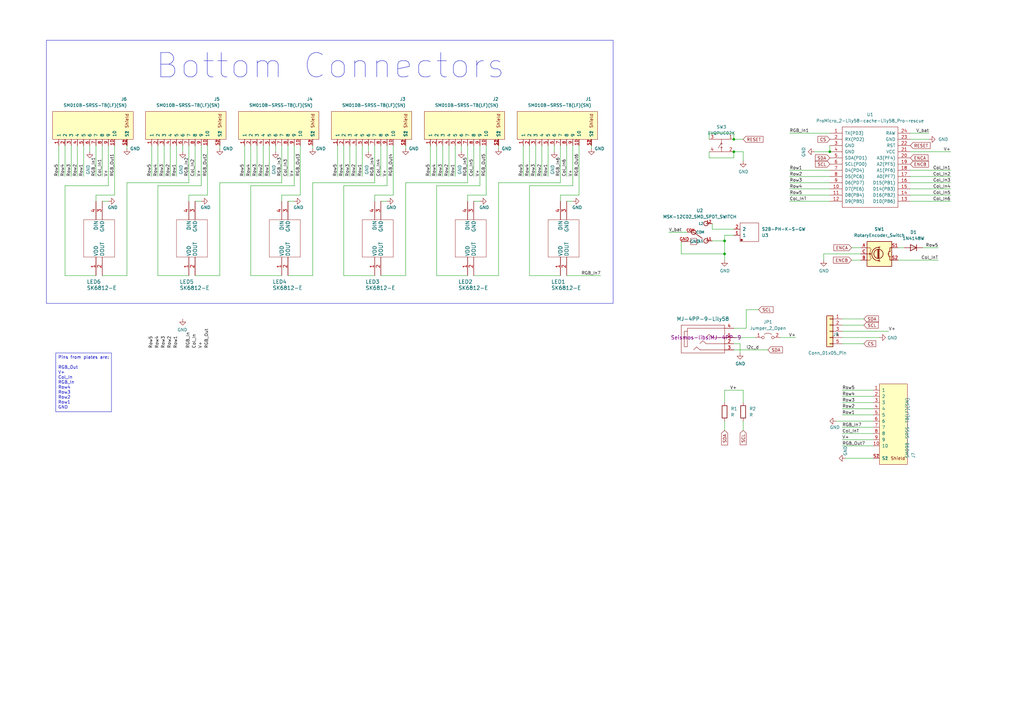
<source format=kicad_sch>
(kicad_sch (version 20230121) (generator eeschema)

  (uuid c801d42e-dd94-493e-bd2f-6c3ddad43f55)

  (paper "A3")

  (lib_symbols
    (symbol "Diode:1N4148W" (pin_numbers hide) (pin_names hide) (in_bom yes) (on_board yes)
      (property "Reference" "D" (at 0 2.54 0)
        (effects (font (size 1.27 1.27)))
      )
      (property "Value" "1N4148W" (at 0 -2.54 0)
        (effects (font (size 1.27 1.27)))
      )
      (property "Footprint" "Diode_SMD:D_SOD-123" (at 0 -4.445 0)
        (effects (font (size 1.27 1.27)) hide)
      )
      (property "Datasheet" "https://www.vishay.com/docs/85748/1n4148w.pdf" (at 0 0 0)
        (effects (font (size 1.27 1.27)) hide)
      )
      (property "Sim.Device" "D" (at 0 0 0)
        (effects (font (size 1.27 1.27)) hide)
      )
      (property "Sim.Pins" "1=K 2=A" (at 0 0 0)
        (effects (font (size 1.27 1.27)) hide)
      )
      (property "ki_keywords" "diode" (at 0 0 0)
        (effects (font (size 1.27 1.27)) hide)
      )
      (property "ki_description" "75V 0.15A Fast Switching Diode, SOD-123" (at 0 0 0)
        (effects (font (size 1.27 1.27)) hide)
      )
      (property "ki_fp_filters" "D*SOD?123*" (at 0 0 0)
        (effects (font (size 1.27 1.27)) hide)
      )
      (symbol "1N4148W_0_1"
        (polyline
          (pts
            (xy -1.27 1.27)
            (xy -1.27 -1.27)
          )
          (stroke (width 0.254) (type default))
          (fill (type none))
        )
        (polyline
          (pts
            (xy 1.27 0)
            (xy -1.27 0)
          )
          (stroke (width 0) (type default))
          (fill (type none))
        )
        (polyline
          (pts
            (xy 1.27 1.27)
            (xy 1.27 -1.27)
            (xy -1.27 0)
            (xy 1.27 1.27)
          )
          (stroke (width 0.254) (type default))
          (fill (type none))
        )
      )
      (symbol "1N4148W_1_1"
        (pin passive line (at -3.81 0 0) (length 2.54)
          (name "K" (effects (font (size 1.27 1.27))))
          (number "1" (effects (font (size 1.27 1.27))))
        )
        (pin passive line (at 3.81 0 180) (length 2.54)
          (name "A" (effects (font (size 1.27 1.27))))
          (number "2" (effects (font (size 1.27 1.27))))
        )
      )
    )
    (symbol "GND_1" (power) (pin_names (offset 0)) (in_bom yes) (on_board yes)
      (property "Reference" "#PWR" (at 0 -6.35 0)
        (effects (font (size 1.27 1.27)) hide)
      )
      (property "Value" "GND_1" (at 0 -3.81 0)
        (effects (font (size 1.27 1.27)))
      )
      (property "Footprint" "" (at 0 0 0)
        (effects (font (size 1.27 1.27)) hide)
      )
      (property "Datasheet" "" (at 0 0 0)
        (effects (font (size 1.27 1.27)) hide)
      )
      (property "ki_keywords" "global power" (at 0 0 0)
        (effects (font (size 1.27 1.27)) hide)
      )
      (property "ki_description" "Power symbol creates a global label with name \"GND\" , ground" (at 0 0 0)
        (effects (font (size 1.27 1.27)) hide)
      )
      (symbol "GND_1_0_1"
        (polyline
          (pts
            (xy 0 0)
            (xy 0 -1.27)
            (xy 1.27 -1.27)
            (xy 0 -2.54)
            (xy -1.27 -1.27)
            (xy 0 -1.27)
          )
          (stroke (width 0) (type default))
          (fill (type none))
        )
      )
      (symbol "GND_1_1_1"
        (pin power_in line (at 0 0 270) (length 0) hide
          (name "GND" (effects (font (size 1.27 1.27))))
          (number "1" (effects (font (size 1.27 1.27))))
        )
      )
    )
    (symbol "Seismos-sym:Conn_01x05" (pin_names (offset 1.016) hide) (in_bom yes) (on_board yes)
      (property "Reference" "J" (at 0 7.62 0)
        (effects (font (size 1.27 1.27)))
      )
      (property "Value" "Conn_01x05" (at 0 -7.62 0)
        (effects (font (size 1.27 1.27)))
      )
      (property "Footprint" "Connector_PinHeader_2.54mm:PinHeader_1x05_P2.54mm_Vertical" (at 0 0 0)
        (effects (font (size 1.27 1.27)) hide)
      )
      (property "Datasheet" "~" (at 0 0 0)
        (effects (font (size 1.27 1.27)) hide)
      )
      (property "ki_keywords" "connector" (at 0 0 0)
        (effects (font (size 1.27 1.27)) hide)
      )
      (property "ki_description" "Generic connector, single row, 01x05, script generated (kicad-library-utils/schlib/autogen/connector/)" (at 0 0 0)
        (effects (font (size 1.27 1.27)) hide)
      )
      (property "ki_fp_filters" "Connector*:*_1x??_*" (at 0 0 0)
        (effects (font (size 1.27 1.27)) hide)
      )
      (symbol "Conn_01x05_1_1"
        (rectangle (start -1.27 -4.953) (end 0 -5.207)
          (stroke (width 0.1524) (type default))
          (fill (type none))
        )
        (rectangle (start -1.27 -2.413) (end 0 -2.667)
          (stroke (width 0.1524) (type default))
          (fill (type none))
        )
        (rectangle (start -1.27 0.127) (end 0 -0.127)
          (stroke (width 0.1524) (type default))
          (fill (type none))
        )
        (rectangle (start -1.27 2.667) (end 0 2.413)
          (stroke (width 0.1524) (type default))
          (fill (type none))
        )
        (rectangle (start -1.27 5.207) (end 0 4.953)
          (stroke (width 0.1524) (type default))
          (fill (type none))
        )
        (rectangle (start -1.27 6.35) (end 1.27 -6.35)
          (stroke (width 0.254) (type default))
          (fill (type background))
        )
        (pin passive line (at -5.08 5.08 0) (length 3.81)
          (name "Pin_1" (effects (font (size 1.27 1.27))))
          (number "1" (effects (font (size 1.27 1.27))))
        )
        (pin passive line (at -5.08 2.54 0) (length 3.81)
          (name "Pin_2" (effects (font (size 1.27 1.27))))
          (number "2" (effects (font (size 1.27 1.27))))
        )
        (pin passive line (at -5.08 0 0) (length 3.81)
          (name "Pin_3" (effects (font (size 1.27 1.27))))
          (number "3" (effects (font (size 1.27 1.27))))
        )
        (pin passive line (at -5.08 -2.54 0) (length 3.81)
          (name "Pin_4" (effects (font (size 1.27 1.27))))
          (number "4" (effects (font (size 1.27 1.27))))
        )
        (pin passive line (at -5.08 -5.08 0) (length 3.81)
          (name "Pin_5" (effects (font (size 1.27 1.27))))
          (number "5" (effects (font (size 1.27 1.27))))
        )
      )
    )
    (symbol "Seismos-sym:EVQPUC02K" (pin_names (offset 1.016) hide) (in_bom yes) (on_board yes)
      (property "Reference" "SW" (at 0 7.747 0)
        (effects (font (size 1.27 1.27)))
      )
      (property "Value" "EVQPUC02K" (at 0 12.827 0)
        (effects (font (size 1.27 1.27)))
      )
      (property "Footprint" "Seismos-libs:SW-SMD_EVQPUD02K" (at 0 2.667 0)
        (effects (font (size 1.27 1.27)) hide)
      )
      (property "Datasheet" "http://www.szlcsc.com/product/details_80311.html" (at 0 -2.413 0)
        (effects (font (size 1.27 1.27)) hide)
      )
      (property "SuppliersPartNumber" "C79174" (at 0 -7.493 0)
        (effects (font (size 1.27 1.27)) hide)
      )
      (property "uuid" "std:89571b53ad64408584c96bcda364818c" (at 0 -7.493 0)
        (effects (font (size 1.27 1.27)) hide)
      )
      (symbol "EVQPUC02K_1_1"
        (circle (center 0 -0.762) (radius 0.254)
          (stroke (width 0.1524) (type solid))
          (fill (type none))
        )
        (polyline
          (pts
            (xy -2.54 -2.54)
            (xy 2.54 -2.54)
          )
          (stroke (width 0.1524) (type solid))
          (fill (type none))
        )
        (polyline
          (pts
            (xy -2.54 2.54)
            (xy 2.54 2.54)
          )
          (stroke (width 0.1524) (type solid))
          (fill (type none))
        )
        (polyline
          (pts
            (xy -1.27 -1.016)
            (xy -0.254 0.762)
          )
          (stroke (width 0.1524) (type solid))
          (fill (type none))
        )
        (polyline
          (pts
            (xy 0 -2.54)
            (xy 0 -1.524)
          )
          (stroke (width 0.1524) (type solid))
          (fill (type none))
        )
        (polyline
          (pts
            (xy 0 -1.524)
            (xy 0 -0.762)
          )
          (stroke (width 0.1524) (type solid))
          (fill (type none))
        )
        (polyline
          (pts
            (xy 0 2.54)
            (xy 0 0.762)
          )
          (stroke (width 0.1524) (type solid))
          (fill (type none))
        )
        (circle (center 0 0.762) (radius 0.254)
          (stroke (width 0.1524) (type solid))
          (fill (type none))
        )
        (pin input line (at 5.08 2.54 180) (length 2.54)
          (name "1" (effects (font (size 1.27 1.27))))
          (number "1" (effects (font (size 1.27 1.27))))
        )
        (pin input line (at 5.08 -2.54 180) (length 2.54)
          (name "2" (effects (font (size 1.27 1.27))))
          (number "2" (effects (font (size 1.27 1.27))))
        )
        (pin input line (at -5.08 2.54 0) (length 2.54)
          (name "3" (effects (font (size 1.27 1.27))))
          (number "3" (effects (font (size 1.27 1.27))))
        )
        (pin input line (at -5.08 -2.54 0) (length 2.54)
          (name "4" (effects (font (size 1.27 1.27))))
          (number "4" (effects (font (size 1.27 1.27))))
        )
      )
    )
    (symbol "Seismos-sym:Jumper_2_Open" (pin_names (offset 0) hide) (in_bom yes) (on_board yes)
      (property "Reference" "JP1" (at 0 6.35 0)
        (effects (font (size 1.27 1.27)))
      )
      (property "Value" "Jumper_2_Open" (at 0 3.81 0)
        (effects (font (size 1.27 1.27)))
      )
      (property "Footprint" "Jumper:SolderJumper-2_P1.3mm_Open_TrianglePad1.0x1.5mm" (at 0 0 0)
        (effects (font (size 1.27 1.27)) hide)
      )
      (property "Datasheet" "~" (at 0 0 0)
        (effects (font (size 1.27 1.27)) hide)
      )
      (property "ki_keywords" "Jumper SPST" (at 0 0 0)
        (effects (font (size 1.27 1.27)) hide)
      )
      (property "ki_description" "Jumper, 2-pole, open" (at 0 0 0)
        (effects (font (size 1.27 1.27)) hide)
      )
      (property "ki_fp_filters" "Jumper* TestPoint*2Pads* TestPoint*Bridge*" (at 0 0 0)
        (effects (font (size 1.27 1.27)) hide)
      )
      (symbol "Jumper_2_Open_0_0"
        (circle (center -2.032 0) (radius 0.508)
          (stroke (width 0) (type default))
          (fill (type none))
        )
        (circle (center 2.032 0) (radius 0.508)
          (stroke (width 0) (type default))
          (fill (type none))
        )
      )
      (symbol "Jumper_2_Open_0_1"
        (arc (start 1.524 1.27) (mid 0 1.778) (end -1.524 1.27)
          (stroke (width 0) (type default))
          (fill (type none))
        )
      )
      (symbol "Jumper_2_Open_1_1"
        (pin passive line (at -5.08 0 0) (length 2.54)
          (name "A" (effects (font (size 1.27 1.27))))
          (number "1" (effects (font (size 1.27 1.27))))
        )
        (pin passive line (at 5.08 0 180) (length 2.54)
          (name "B" (effects (font (size 1.27 1.27))))
          (number "2" (effects (font (size 1.27 1.27))))
        )
      )
    )
    (symbol "Seismos-sym:MJ-4PP-9-Lily58" (pin_names (offset 1.016)) (in_bom yes) (on_board yes)
      (property "Reference" "J" (at -8.89 -7.62 0)
        (effects (font (size 1.524 1.524)))
      )
      (property "Value" "MJ-4PP-9-Lily58" (at -3.81 6.35 0)
        (effects (font (size 1.524 1.524)))
      )
      (property "Footprint" "Seismos-libs:MJ-4PP-9" (at 0 0 0)
        (effects (font (size 1.524 1.524)))
      )
      (property "Datasheet" "" (at 0 0 0)
        (effects (font (size 1.524 1.524)))
      )
      (symbol "MJ-4PP-9-Lily58_0_1"
        (rectangle (start -7.62 2.54) (end -8.89 -3.81)
          (stroke (width 0) (type solid))
          (fill (type none))
        )
        (polyline
          (pts
            (xy 2.54 0)
            (xy 7.62 0)
          )
          (stroke (width 0) (type solid))
          (fill (type none))
        )
        (polyline
          (pts
            (xy -2.54 -5.08)
            (xy 7.62 -5.08)
            (xy 7.62 -5.08)
          )
          (stroke (width 0) (type solid))
          (fill (type none))
        )
        (polyline
          (pts
            (xy 0 -2.54)
            (xy -1.27 -1.27)
            (xy -2.54 -2.54)
          )
          (stroke (width 0) (type solid))
          (fill (type none))
        )
        (polyline
          (pts
            (xy 0 0)
            (xy 1.27 1.27)
            (xy 2.54 0)
          )
          (stroke (width 0) (type solid))
          (fill (type none))
        )
        (polyline
          (pts
            (xy 7.62 3.81)
            (xy -7.62 3.81)
            (xy -7.62 2.54)
          )
          (stroke (width 0) (type solid))
          (fill (type none))
        )
        (polyline
          (pts
            (xy -2.54 -5.08)
            (xy -3.81 -3.81)
            (xy -5.08 -5.08)
            (xy -5.08 -5.08)
          )
          (stroke (width 0) (type solid))
          (fill (type none))
        )
        (polyline
          (pts
            (xy 0 -2.54)
            (xy 7.62 -2.54)
            (xy 7.62 -2.54)
            (xy 7.62 -2.54)
          )
          (stroke (width 0) (type solid))
          (fill (type none))
        )
        (rectangle (start 7.62 -6.35) (end -10.16 5.08)
          (stroke (width 0) (type solid))
          (fill (type none))
        )
      )
      (symbol "MJ-4PP-9-Lily58_1_1"
        (pin passive line (at 11.43 0 180) (length 3.81)
          (name "~" (effects (font (size 1.27 1.27))))
          (number "1" (effects (font (size 1.27 1.27))))
        )
        (pin passive line (at 11.43 -2.54 180) (length 3.81)
          (name "~" (effects (font (size 1.27 1.27))))
          (number "2" (effects (font (size 1.27 1.27))))
        )
        (pin passive line (at 11.43 -5.08 180) (length 3.81)
          (name "~" (effects (font (size 1.27 1.27))))
          (number "3" (effects (font (size 1.27 1.27))))
        )
        (pin passive line (at 11.43 3.81 180) (length 3.81)
          (name "~" (effects (font (size 1.27 1.27))))
          (number "4" (effects (font (size 1.27 1.27))))
        )
      )
    )
    (symbol "Seismos-sym:MSK-12C02_SMD_SPDT_SWITCH" (pin_names (offset 1.016)) (in_bom yes) (on_board yes)
      (property "Reference" "U" (at -5.08 7.62 0)
        (effects (font (size 1.27 1.27)) (justify left bottom))
      )
      (property "Value" "MSK-12C02_SMD_SPDT_SWITCH" (at -5.08 -7.62 0)
        (effects (font (size 1.27 1.27)) (justify left bottom))
      )
      (property "Footprint" "Seismos-libs:SW_PCM12SMTR" (at 0 0 0)
        (effects (font (size 1.27 1.27)) (justify bottom) hide)
      )
      (property "Datasheet" "" (at 0 0 0)
        (effects (font (size 1.27 1.27)) hide)
      )
      (symbol "MSK-12C02_SMD_SPDT_SWITCH_0_0"
        (circle (center -5.08 0) (radius 0.9158)
          (stroke (width 0.254) (type default))
          (fill (type none))
        )
        (circle (center 0 -3.556) (radius 0.9158)
          (stroke (width 0.254) (type default))
          (fill (type none))
        )
        (polyline
          (pts
            (xy -5.08 0)
            (xy -1.524 -2.54)
          )
          (stroke (width 0.254) (type default))
          (fill (type none))
        )
        (circle (center 0 3.556) (radius 0.9158)
          (stroke (width 0.254) (type default))
          (fill (type none))
        )
        (pin bidirectional line (at -7.62 0 0) (length 2.54)
          (name "COM" (effects (font (size 1.016 1.016))))
          (number "COM" (effects (font (size 1.016 1.016))))
        )
        (pin bidirectional line (at 2.54 -3.556 180) (length 2.54)
          (name "L1" (effects (font (size 1.016 1.016))))
          (number "L1" (effects (font (size 1.016 1.016))))
        )
        (pin bidirectional line (at 2.54 3.556 180) (length 2.54)
          (name "L2" (effects (font (size 1.016 1.016))))
          (number "L2" (effects (font (size 1.016 1.016))))
        )
      )
      (symbol "MSK-12C02_SMD_SPDT_SWITCH_0_1"
        (rectangle (start -6.35 -2.54) (end -3.81 -5.08)
          (stroke (width 0) (type default))
          (fill (type none))
        )
        (polyline
          (pts
            (xy -7.62 -3.81)
            (xy -6.35 -3.81)
          )
          (stroke (width 0) (type default))
          (fill (type none))
        )
      )
      (symbol "MSK-12C02_SMD_SPDT_SWITCH_1_1"
        (pin bidirectional line (at -10.16 -3.81 0) (length 2.54)
          (name "GND" (effects (font (size 1.27 1.27))))
          (number "GND" (effects (font (size 1.27 1.27))))
        )
      )
    )
    (symbol "Seismos-sym:ProMicro_2-Lily58" (pin_names (offset 1.016)) (in_bom yes) (on_board yes)
      (property "Reference" "U" (at 0 17.78 0)
        (effects (font (size 1.27 1.27)))
      )
      (property "Value" "ProMicro_2-Lily58" (at 0 -17.78 0)
        (effects (font (size 1.27 1.27)))
      )
      (property "Footprint" "keyboard_reversible:ProMicro" (at -1.27 2.54 0)
        (effects (font (size 1.27 1.27)) hide)
      )
      (property "Datasheet" "" (at -1.27 2.54 0)
        (effects (font (size 1.27 1.27)) hide)
      )
      (symbol "ProMicro_2-Lily58_0_1"
        (rectangle (start -11.43 16.51) (end 11.43 -16.51)
          (stroke (width 0) (type solid))
          (fill (type none))
        )
      )
      (symbol "ProMicro_2-Lily58_1_1"
        (pin bidirectional line (at -16.51 13.97 0) (length 5.08)
          (name "TX(PD3)" (effects (font (size 1.27 1.27))))
          (number "1" (effects (font (size 1.27 1.27))))
        )
        (pin input line (at -16.51 -8.89 0) (length 5.08)
          (name "D7(PE6)" (effects (font (size 1.27 1.27))))
          (number "10" (effects (font (size 1.27 1.27))))
        )
        (pin input line (at -16.51 -11.43 0) (length 5.08)
          (name "D8(PB4)" (effects (font (size 1.27 1.27))))
          (number "11" (effects (font (size 1.27 1.27))))
        )
        (pin input line (at -16.51 -13.97 0) (length 5.08)
          (name "D9(PB5)" (effects (font (size 1.27 1.27))))
          (number "12" (effects (font (size 1.27 1.27))))
        )
        (pin input line (at 16.51 -13.97 180) (length 5.08)
          (name "D10(PB6)" (effects (font (size 1.27 1.27))))
          (number "13" (effects (font (size 1.27 1.27))))
        )
        (pin input line (at 16.51 -11.43 180) (length 5.08)
          (name "D16(PB2)" (effects (font (size 1.27 1.27))))
          (number "14" (effects (font (size 1.27 1.27))))
        )
        (pin input line (at 16.51 -8.89 180) (length 5.08)
          (name "D14(PB3)" (effects (font (size 1.27 1.27))))
          (number "15" (effects (font (size 1.27 1.27))))
        )
        (pin input line (at 16.51 -6.35 180) (length 5.08)
          (name "D15(PB1)" (effects (font (size 1.27 1.27))))
          (number "16" (effects (font (size 1.27 1.27))))
        )
        (pin input line (at 16.51 -3.81 180) (length 5.08)
          (name "A0(PF7)" (effects (font (size 1.27 1.27))))
          (number "17" (effects (font (size 1.27 1.27))))
        )
        (pin input line (at 16.51 -1.27 180) (length 5.08)
          (name "A1(PF6)" (effects (font (size 1.27 1.27))))
          (number "18" (effects (font (size 1.27 1.27))))
        )
        (pin input line (at 16.51 1.27 180) (length 5.08)
          (name "A2(PF5)" (effects (font (size 1.27 1.27))))
          (number "19" (effects (font (size 1.27 1.27))))
        )
        (pin input line (at -16.51 11.43 0) (length 5.08)
          (name "RX(PD2)" (effects (font (size 1.27 1.27))))
          (number "2" (effects (font (size 1.27 1.27))))
        )
        (pin input line (at 16.51 3.81 180) (length 5.08)
          (name "A3(PF4)" (effects (font (size 1.27 1.27))))
          (number "20" (effects (font (size 1.27 1.27))))
        )
        (pin input line (at 16.51 6.35 180) (length 5.08)
          (name "VCC" (effects (font (size 1.27 1.27))))
          (number "21" (effects (font (size 1.27 1.27))))
        )
        (pin input line (at 16.51 8.89 180) (length 5.08)
          (name "RST" (effects (font (size 1.27 1.27))))
          (number "22" (effects (font (size 1.27 1.27))))
        )
        (pin input line (at 16.51 11.43 180) (length 5.08)
          (name "GND" (effects (font (size 1.27 1.27))))
          (number "23" (effects (font (size 1.27 1.27))))
        )
        (pin input line (at 16.51 13.97 180) (length 5.08)
          (name "RAW" (effects (font (size 1.27 1.27))))
          (number "24" (effects (font (size 1.27 1.27))))
        )
        (pin input line (at -16.51 8.89 0) (length 5.08)
          (name "GND" (effects (font (size 1.27 1.27))))
          (number "3" (effects (font (size 1.27 1.27))))
        )
        (pin input line (at -16.51 6.35 0) (length 5.08)
          (name "GND" (effects (font (size 1.27 1.27))))
          (number "4" (effects (font (size 1.27 1.27))))
        )
        (pin input line (at -16.51 3.81 0) (length 5.08)
          (name "SDA(PD1)" (effects (font (size 1.27 1.27))))
          (number "5" (effects (font (size 1.27 1.27))))
        )
        (pin input line (at -16.51 1.27 0) (length 5.08)
          (name "SCL(PD0)" (effects (font (size 1.27 1.27))))
          (number "6" (effects (font (size 1.27 1.27))))
        )
        (pin input line (at -16.51 -1.27 0) (length 5.08)
          (name "D4(PD4)" (effects (font (size 1.27 1.27))))
          (number "7" (effects (font (size 1.27 1.27))))
        )
        (pin input line (at -16.51 -3.81 0) (length 5.08)
          (name "D5(PC6)" (effects (font (size 1.27 1.27))))
          (number "8" (effects (font (size 1.27 1.27))))
        )
        (pin input line (at -16.51 -6.35 0) (length 5.08)
          (name "D6(PD7)" (effects (font (size 1.27 1.27))))
          (number "9" (effects (font (size 1.27 1.27))))
        )
      )
    )
    (symbol "Seismos-sym:Resistor" (pin_numbers hide) (pin_names (offset 0)) (in_bom yes) (on_board yes)
      (property "Reference" "R" (at 2.032 0 90)
        (effects (font (size 1.27 1.27)))
      )
      (property "Value" "Resistor" (at 0 0 90)
        (effects (font (size 1.27 1.27)))
      )
      (property "Footprint" "Resistor_SMD:R_0603_1608Metric_Pad0.98x0.95mm_HandSolder" (at -1.778 0 90)
        (effects (font (size 1.27 1.27)) hide)
      )
      (property "Datasheet" "~" (at 0 0 0)
        (effects (font (size 1.27 1.27)) hide)
      )
      (property "ki_keywords" "R res resistor" (at 0 0 0)
        (effects (font (size 1.27 1.27)) hide)
      )
      (property "ki_description" "Resistor" (at 0 0 0)
        (effects (font (size 1.27 1.27)) hide)
      )
      (property "ki_fp_filters" "R_*" (at 0 0 0)
        (effects (font (size 1.27 1.27)) hide)
      )
      (symbol "Resistor_0_1"
        (rectangle (start -1.016 -2.54) (end 1.016 2.54)
          (stroke (width 0.254) (type default))
          (fill (type none))
        )
      )
      (symbol "Resistor_1_1"
        (pin passive line (at 0 3.81 270) (length 1.27)
          (name "~" (effects (font (size 1.27 1.27))))
          (number "1" (effects (font (size 1.27 1.27))))
        )
        (pin passive line (at 0 -3.81 90) (length 1.27)
          (name "~" (effects (font (size 1.27 1.27))))
          (number "2" (effects (font (size 1.27 1.27))))
        )
      )
    )
    (symbol "Seismos-sym:RotaryEncoder_Switch" (pin_names (offset 0.254) hide) (in_bom yes) (on_board yes)
      (property "Reference" "SW" (at 0 6.604 0)
        (effects (font (size 1.27 1.27)))
      )
      (property "Value" "RotaryEncoder_Switch" (at 0 -6.604 0)
        (effects (font (size 1.27 1.27)))
      )
      (property "Footprint" "Seismos-libs:RotaryEncoder_Alps_EC11E-Switch_Vertical_H20mm-keebio_modified" (at -3.81 4.064 0)
        (effects (font (size 1.27 1.27)) hide)
      )
      (property "Datasheet" "~" (at 0 6.604 0)
        (effects (font (size 1.27 1.27)) hide)
      )
      (property "ki_keywords" "rotary switch encoder switch push button" (at 0 0 0)
        (effects (font (size 1.27 1.27)) hide)
      )
      (property "ki_description" "Rotary encoder, dual channel, incremental quadrate outputs, with switch" (at 0 0 0)
        (effects (font (size 1.27 1.27)) hide)
      )
      (property "ki_fp_filters" "RotaryEncoder*Switch*" (at 0 0 0)
        (effects (font (size 1.27 1.27)) hide)
      )
      (symbol "RotaryEncoder_Switch_0_1"
        (rectangle (start -5.08 5.08) (end 5.08 -5.08)
          (stroke (width 0.254) (type default))
          (fill (type background))
        )
        (circle (center -3.81 0) (radius 0.254)
          (stroke (width 0) (type default))
          (fill (type outline))
        )
        (circle (center -0.381 0) (radius 1.905)
          (stroke (width 0.254) (type default))
          (fill (type none))
        )
        (arc (start -0.381 2.667) (mid -3.0988 -0.0635) (end -0.381 -2.794)
          (stroke (width 0.254) (type default))
          (fill (type none))
        )
        (polyline
          (pts
            (xy -0.635 -1.778)
            (xy -0.635 1.778)
          )
          (stroke (width 0.254) (type default))
          (fill (type none))
        )
        (polyline
          (pts
            (xy -0.381 -1.778)
            (xy -0.381 1.778)
          )
          (stroke (width 0.254) (type default))
          (fill (type none))
        )
        (polyline
          (pts
            (xy -0.127 1.778)
            (xy -0.127 -1.778)
          )
          (stroke (width 0.254) (type default))
          (fill (type none))
        )
        (polyline
          (pts
            (xy 3.81 0)
            (xy 3.429 0)
          )
          (stroke (width 0.254) (type default))
          (fill (type none))
        )
        (polyline
          (pts
            (xy 3.81 1.016)
            (xy 3.81 -1.016)
          )
          (stroke (width 0.254) (type default))
          (fill (type none))
        )
        (polyline
          (pts
            (xy -5.08 -2.54)
            (xy -3.81 -2.54)
            (xy -3.81 -2.032)
          )
          (stroke (width 0) (type default))
          (fill (type none))
        )
        (polyline
          (pts
            (xy -5.08 2.54)
            (xy -3.81 2.54)
            (xy -3.81 2.032)
          )
          (stroke (width 0) (type default))
          (fill (type none))
        )
        (polyline
          (pts
            (xy 0.254 -3.048)
            (xy -0.508 -2.794)
            (xy 0.127 -2.413)
          )
          (stroke (width 0.254) (type default))
          (fill (type none))
        )
        (polyline
          (pts
            (xy 0.254 2.921)
            (xy -0.508 2.667)
            (xy 0.127 2.286)
          )
          (stroke (width 0.254) (type default))
          (fill (type none))
        )
        (polyline
          (pts
            (xy 5.08 -2.54)
            (xy 4.318 -2.54)
            (xy 4.318 -1.016)
          )
          (stroke (width 0.254) (type default))
          (fill (type none))
        )
        (polyline
          (pts
            (xy 5.08 2.54)
            (xy 4.318 2.54)
            (xy 4.318 1.016)
          )
          (stroke (width 0.254) (type default))
          (fill (type none))
        )
        (polyline
          (pts
            (xy -5.08 0)
            (xy -3.81 0)
            (xy -3.81 -1.016)
            (xy -3.302 -2.032)
          )
          (stroke (width 0) (type default))
          (fill (type none))
        )
        (polyline
          (pts
            (xy -4.318 0)
            (xy -3.81 0)
            (xy -3.81 1.016)
            (xy -3.302 2.032)
          )
          (stroke (width 0) (type default))
          (fill (type none))
        )
        (circle (center 4.318 -1.016) (radius 0.127)
          (stroke (width 0.254) (type default))
          (fill (type none))
        )
        (circle (center 4.318 1.016) (radius 0.127)
          (stroke (width 0.254) (type default))
          (fill (type none))
        )
      )
      (symbol "RotaryEncoder_Switch_1_1"
        (pin passive line (at -7.62 2.54 0) (length 2.54)
          (name "A" (effects (font (size 1.27 1.27))))
          (number "A" (effects (font (size 1.27 1.27))))
        )
        (pin passive line (at -7.62 -2.54 0) (length 2.54)
          (name "B" (effects (font (size 1.27 1.27))))
          (number "B" (effects (font (size 1.27 1.27))))
        )
        (pin passive line (at -7.62 0 0) (length 2.54)
          (name "C" (effects (font (size 1.27 1.27))))
          (number "C" (effects (font (size 1.27 1.27))))
        )
        (pin passive line (at 7.62 2.54 180) (length 2.54)
          (name "S1" (effects (font (size 1.27 1.27))))
          (number "S1" (effects (font (size 1.27 1.27))))
        )
        (pin passive line (at 7.62 -2.54 180) (length 2.54)
          (name "S2" (effects (font (size 1.27 1.27))))
          (number "S2" (effects (font (size 1.27 1.27))))
        )
      )
    )
    (symbol "Seismos-sym:S2B-PH-K-S-GW" (pin_names (offset 1.016)) (in_bom yes) (on_board yes)
      (property "Reference" "U" (at 0 6.35 0)
        (effects (font (size 1.27 1.27)))
      )
      (property "Value" "S2B-PH-K-S-GW" (at 0 11.43 0)
        (effects (font (size 1.27 1.27)))
      )
      (property "Footprint" "Seismos-libs:CONN-TH_S2B-PH-K-S-GW" (at 0 1.27 0)
        (effects (font (size 1.27 1.27)) hide)
      )
      (property "Datasheet" "http://www.szlcsc.com/product/details_169280.html" (at 0 -3.81 0)
        (effects (font (size 1.27 1.27)) hide)
      )
      (property "SuppliersPartNumber" "C157932" (at 0 -8.89 0)
        (effects (font (size 1.27 1.27)) hide)
      )
      (property "uuid" "std:142e468e0eff4c74b82a90663b738815" (at 0 -8.89 0)
        (effects (font (size 1.27 1.27)) hide)
      )
      (symbol "S2B-PH-K-S-GW_1_1"
        (rectangle (start -2.54 3.81) (end 5.08 -3.81)
          (stroke (width 0.1524) (type solid))
          (fill (type none))
        )
        (circle (center -1.905 3.175) (radius 0.381)
          (stroke (width 0.1524) (type solid))
          (fill (type outline))
        )
        (pin input line (at -5.08 1.27 0) (length 2.54)
          (name "1" (effects (font (size 1.27 1.27))))
          (number "1" (effects (font (size 1.27 1.27))))
        )
        (pin input line (at -5.08 -1.27 0) (length 2.54)
          (name "2" (effects (font (size 1.27 1.27))))
          (number "2" (effects (font (size 1.27 1.27))))
        )
      )
    )
    (symbol "Seismos-sym:SK6812-E" (pin_names (offset 0.254)) (in_bom yes) (on_board yes)
      (property "Reference" "LED" (at 15.24 -10.16 0)
        (effects (font (size 1.524 1.524)))
      )
      (property "Value" "SK6812-E" (at 15.24 -12.7 0)
        (effects (font (size 1.524 1.524)))
      )
      (property "Footprint" "Seismos-libs:SK6812-E" (at 15.24 -1.27 0)
        (effects (font (size 1.524 1.524)) hide)
      )
      (property "Datasheet" "" (at -5.08 0 0)
        (effects (font (size 1.524 1.524)))
      )
      (property "ki_fp_filters" "4960_ADA" (at 0 0 0)
        (effects (font (size 1.27 1.27)) hide)
      )
      (symbol "SK6812-E_1_1"
        (polyline
          (pts
            (xy 7.62 -7.62)
            (xy 22.86 -7.62)
          )
          (stroke (width 0.127) (type default))
          (fill (type none))
        )
        (polyline
          (pts
            (xy 7.62 5.08)
            (xy 7.62 -7.62)
          )
          (stroke (width 0.127) (type default))
          (fill (type none))
        )
        (polyline
          (pts
            (xy 22.86 -7.62)
            (xy 22.86 5.08)
          )
          (stroke (width 0.127) (type default))
          (fill (type none))
        )
        (polyline
          (pts
            (xy 22.86 5.08)
            (xy 7.62 5.08)
          )
          (stroke (width 0.127) (type default))
          (fill (type none))
        )
        (pin power_in line (at 0 0 0) (length 7.62)
          (name "VDD" (effects (font (size 1.4986 1.4986))))
          (number "1" (effects (font (size 1.4986 1.4986))))
        )
        (pin output line (at 0 -2.54 0) (length 7.62)
          (name "DOUT" (effects (font (size 1.4986 1.4986))))
          (number "2" (effects (font (size 1.4986 1.4986))))
        )
        (pin power_out line (at 30.48 -2.54 180) (length 7.62)
          (name "GND" (effects (font (size 1.4986 1.4986))))
          (number "3" (effects (font (size 1.4986 1.4986))))
        )
        (pin input line (at 30.48 0 180) (length 7.62)
          (name "DIN" (effects (font (size 1.4986 1.4986))))
          (number "4" (effects (font (size 1.4986 1.4986))))
        )
      )
    )
    (symbol "Seismos-sym:SM10B-SRSS-TB_(LF)(SN)" (pin_names (offset 1.016)) (in_bom yes) (on_board yes)
      (property "Reference" "CN" (at -9.4742 3.81 90)
        (effects (font (size 1.27 1.27)))
      )
      (property "Value" "SM10B-SRSS-TB_(LF)(SN)" (at 1.27 20.32 0)
        (effects (font (size 1.27 1.27)))
      )
      (property "Footprint" "Seismos-libs:CONN-SMD_10P-P1.00_SM10B-SRSS-TB-LF-SN" (at 0.635 -6.2992 0)
        (effects (font (size 1.27 1.27)) hide)
      )
      (property "Datasheet" "http://www.szlcsc.com/product/details_171789.html" (at 0.635 -1.2192 0)
        (effects (font (size 1.27 1.27)) hide)
      )
      (property "SuppliersPartNumber" "C160409" (at 5.7658 3.81 90)
        (effects (font (size 1.27 1.27)) hide)
      )
      (property "uuid" "std:5e45a64e8ce7478d8accd2bac4409ba5" (at 0.635 3.8608 0)
        (effects (font (size 1.27 1.27)) hide)
      )
      (symbol "SM10B-SRSS-TB_(LF)(SN)_1_1"
        (rectangle (start -3.81 17.78) (end 7.62 -15.24)
          (stroke (width 0.1524) (type solid))
          (fill (type background))
        )
        (text "Shield" (at 3.81 -12.7 0)
          (effects (font (size 1.27 1.27)))
        )
        (pin input line (at -6.35 15.24 0) (length 2.54)
          (name "1" (effects (font (size 1.27 1.27))))
          (number "1" (effects (font (size 1.27 1.27))))
        )
        (pin input line (at -6.35 -7.62 0) (length 2.54)
          (name "10" (effects (font (size 1.27 1.27))))
          (number "10" (effects (font (size 1.27 1.27))))
        )
        (pin input line (at -6.35 12.7 0) (length 2.54)
          (name "2" (effects (font (size 1.27 1.27))))
          (number "2" (effects (font (size 1.27 1.27))))
        )
        (pin input line (at -6.35 10.16 0) (length 2.54)
          (name "3" (effects (font (size 1.27 1.27))))
          (number "3" (effects (font (size 1.27 1.27))))
        )
        (pin input line (at -6.35 7.62 0) (length 2.54)
          (name "4" (effects (font (size 1.27 1.27))))
          (number "4" (effects (font (size 1.27 1.27))))
        )
        (pin input line (at -6.35 5.08 0) (length 2.54)
          (name "5" (effects (font (size 1.27 1.27))))
          (number "5" (effects (font (size 1.27 1.27))))
        )
        (pin input line (at -6.35 2.54 0) (length 2.54)
          (name "6" (effects (font (size 1.27 1.27))))
          (number "6" (effects (font (size 1.27 1.27))))
        )
        (pin input line (at -6.35 0 0) (length 2.54)
          (name "7" (effects (font (size 1.27 1.27))))
          (number "7" (effects (font (size 1.27 1.27))))
        )
        (pin input line (at -6.35 -2.54 0) (length 2.54)
          (name "8" (effects (font (size 1.27 1.27))))
          (number "8" (effects (font (size 1.27 1.27))))
        )
        (pin input line (at -6.35 -5.08 0) (length 2.54)
          (name "9" (effects (font (size 1.27 1.27))))
          (number "9" (effects (font (size 1.27 1.27))))
        )
        (pin input line (at -6.35 -12.7 0) (length 2.54)
          (name "S1" (effects (font (size 1.27 1.27))))
          (number "S1" (effects (font (size 1.27 1.27))))
        )
        (pin input line (at -6.35 -12.7 0) (length 2.54)
          (name "S2" (effects (font (size 1.27 1.27))))
          (number "S2" (effects (font (size 1.27 1.27))))
        )
      )
    )
    (symbol "power:GND" (power) (pin_names (offset 0)) (in_bom yes) (on_board yes)
      (property "Reference" "#PWR" (at 0 -6.35 0)
        (effects (font (size 1.27 1.27)) hide)
      )
      (property "Value" "GND" (at 0 -3.81 0)
        (effects (font (size 1.27 1.27)))
      )
      (property "Footprint" "" (at 0 0 0)
        (effects (font (size 1.27 1.27)) hide)
      )
      (property "Datasheet" "" (at 0 0 0)
        (effects (font (size 1.27 1.27)) hide)
      )
      (property "ki_keywords" "global power" (at 0 0 0)
        (effects (font (size 1.27 1.27)) hide)
      )
      (property "ki_description" "Power symbol creates a global label with name \"GND\" , ground" (at 0 0 0)
        (effects (font (size 1.27 1.27)) hide)
      )
      (symbol "GND_0_1"
        (polyline
          (pts
            (xy 0 0)
            (xy 0 -1.27)
            (xy 1.27 -1.27)
            (xy 0 -2.54)
            (xy -1.27 -1.27)
            (xy 0 -1.27)
          )
          (stroke (width 0) (type default))
          (fill (type none))
        )
      )
      (symbol "GND_1_1"
        (pin power_in line (at 0 0 270) (length 0) hide
          (name "GND" (effects (font (size 1.27 1.27))))
          (number "1" (effects (font (size 1.27 1.27))))
        )
      )
    )
  )

  (junction (at 340.36 62.23) (diameter 0) (color 0 0 0 0)
    (uuid 551ec25a-9b28-49ea-934b-408a2c72e2c8)
  )
  (junction (at 300.99 62.23) (diameter 0) (color 0 0 0 0)
    (uuid 838c7368-fac2-4fc0-aa05-ac115124aac2)
  )
  (junction (at 297.18 98.806) (diameter 0) (color 0 0 0 0)
    (uuid 948e4367-3676-49b3-bc62-3b1e0ecc41db)
  )
  (junction (at 300.99 57.15) (diameter 0) (color 0 0 0 0)
    (uuid ab17cb9b-9714-43ec-910e-1efbb4a597f0)
  )
  (junction (at 297.18 104.14) (diameter 0) (color 0 0 0 0)
    (uuid e56c1d10-c375-4190-883f-13f892c78b6e)
  )

  (wire (pts (xy 217.17 59.69) (xy 217.17 72.39))
    (stroke (width 0) (type default))
    (uuid 00ceaaa2-978e-462e-9170-b905554c35dc)
  )
  (wire (pts (xy 41.91 82.55) (xy 44.45 82.55))
    (stroke (width 0) (type default))
    (uuid 00f69123-dce5-4ce3-8df9-389781e648da)
  )
  (wire (pts (xy 373.38 72.39) (xy 389.89 72.39))
    (stroke (width 0) (type default))
    (uuid 01072850-f9ba-4ed9-96b3-3c3fc2016c35)
  )
  (wire (pts (xy 179.07 76.2) (xy 179.07 113.03))
    (stroke (width 0) (type default))
    (uuid 02c46395-84c8-494c-8189-3b6cce99500e)
  )
  (wire (pts (xy 166.37 59.69) (xy 166.37 60.96))
    (stroke (width 0) (type default))
    (uuid 061770b6-8b5c-4797-bf88-ff11fce9b80e)
  )
  (wire (pts (xy 232.41 59.69) (xy 232.41 72.39))
    (stroke (width 0) (type default))
    (uuid 06ad4663-cbd2-418d-9675-f69c54e2cb28)
  )
  (wire (pts (xy 345.44 162.56) (xy 358.14 162.56))
    (stroke (width 0) (type default))
    (uuid 0cbe3b1d-8acd-49ec-b17c-c123cfd227fd)
  )
  (wire (pts (xy 85.09 59.69) (xy 85.09 80.01))
    (stroke (width 0) (type default))
    (uuid 0ccbf931-1427-4278-bce8-a5fa74bb75ac)
  )
  (wire (pts (xy 179.07 113.03) (xy 191.77 113.03))
    (stroke (width 0) (type default))
    (uuid 0de7271d-5413-48a6-97a7-08e6ecd1d1cf)
  )
  (wire (pts (xy 297.18 98.806) (xy 297.18 104.14))
    (stroke (width 0) (type default))
    (uuid 11b92bef-8c7a-41b5-afd7-56813ab55d2c)
  )
  (wire (pts (xy 297.18 160.02) (xy 297.18 165.1))
    (stroke (width 0) (type default))
    (uuid 146892ec-7dd6-4e3d-bd9e-47fb6695796c)
  )
  (wire (pts (xy 237.49 80.01) (xy 229.87 80.01))
    (stroke (width 0) (type default))
    (uuid 14feb618-a34a-4742-83cf-7aa728d92974)
  )
  (wire (pts (xy 128.27 113.03) (xy 128.27 74.93))
    (stroke (width 0) (type default))
    (uuid 1592a563-ce86-45c4-9abd-e2895bbbe229)
  )
  (wire (pts (xy 153.67 59.69) (xy 153.67 74.93))
    (stroke (width 0) (type default))
    (uuid 16dfb1ad-1a0e-4ce8-994d-c7e3a06bb87b)
  )
  (wire (pts (xy 300.99 54.61) (xy 300.99 57.15))
    (stroke (width 0) (type default))
    (uuid 1707f33f-abe5-40da-a3e2-7fb55121d697)
  )
  (wire (pts (xy 323.85 54.61) (xy 340.36 54.61))
    (stroke (width 0) (type default))
    (uuid 17b20c3d-5b22-4583-a485-5fbd704062c7)
  )
  (wire (pts (xy 300.99 96.52) (xy 297.18 96.52))
    (stroke (width 0) (type default))
    (uuid 186adc25-1bbb-4334-b4a1-ced6b8fbe543)
  )
  (wire (pts (xy 31.75 59.69) (xy 31.75 72.39))
    (stroke (width 0) (type default))
    (uuid 18ebc6da-98f6-432c-a899-0dfcb66bba82)
  )
  (wire (pts (xy 140.97 113.03) (xy 153.67 113.03))
    (stroke (width 0) (type default))
    (uuid 19447239-b763-494c-a3af-9fcf281f9485)
  )
  (wire (pts (xy 345.44 182.88) (xy 358.14 182.88))
    (stroke (width 0) (type default))
    (uuid 1a99c6e6-de64-4bd3-8e67-e756d7f6c68f)
  )
  (wire (pts (xy 303.53 140.97) (xy 303.53 144.78))
    (stroke (width 0) (type default))
    (uuid 1b0c9364-524a-4e0e-915f-c94f83c1f0e7)
  )
  (wire (pts (xy 323.85 74.93) (xy 340.36 74.93))
    (stroke (width 0) (type default))
    (uuid 1bbb5956-b384-40f6-a123-51d1dcf54560)
  )
  (wire (pts (xy 297.18 106.68) (xy 297.18 104.14))
    (stroke (width 0) (type default))
    (uuid 1bd48257-a285-4dc1-b1c0-db4ee4793963)
  )
  (wire (pts (xy 138.43 59.69) (xy 138.43 72.39))
    (stroke (width 0) (type default))
    (uuid 20ab4af1-0a59-4460-ab59-02996ce49c90)
  )
  (wire (pts (xy 118.11 113.03) (xy 128.27 113.03))
    (stroke (width 0) (type default))
    (uuid 2195d124-15fd-4749-a07b-fe23b1aacbde)
  )
  (wire (pts (xy 64.77 113.03) (xy 77.47 113.03))
    (stroke (width 0) (type default))
    (uuid 2211c23e-6c7d-41f8-ab99-be90a99623cd)
  )
  (wire (pts (xy 345.44 133.35) (xy 354.33 133.35))
    (stroke (width 0) (type default))
    (uuid 22db4ad2-1d15-4eb7-b5f6-1c046ed6fa8e)
  )
  (wire (pts (xy 191.77 80.01) (xy 191.77 82.55))
    (stroke (width 0) (type default))
    (uuid 22eaf6f9-b41b-4d79-a078-afd663fcf94f)
  )
  (wire (pts (xy 304.8 160.02) (xy 304.8 165.1))
    (stroke (width 0) (type default))
    (uuid 23c6adac-6240-47e0-8ea9-4575a6c6fb97)
  )
  (wire (pts (xy 115.57 80.01) (xy 115.57 82.55))
    (stroke (width 0) (type default))
    (uuid 2580e148-cfc3-4c0b-baad-dd6442f188d8)
  )
  (wire (pts (xy 148.59 59.69) (xy 148.59 72.39))
    (stroke (width 0) (type default))
    (uuid 26521c0a-3abe-4ed2-b850-057af4fb9a72)
  )
  (wire (pts (xy 297.18 160.02) (xy 304.8 160.02))
    (stroke (width 0) (type default))
    (uuid 2779faf4-8329-4cea-8272-6c8a0e5d6449)
  )
  (wire (pts (xy 373.38 54.61) (xy 381 54.61))
    (stroke (width 0) (type default))
    (uuid 2915e139-13b6-4dd0-9865-6b1bbe1c6474)
  )
  (wire (pts (xy 304.8 172.72) (xy 304.8 176.53))
    (stroke (width 0) (type default))
    (uuid 292dc7e3-4e7a-4574-ad45-ae29b2fc2e70)
  )
  (wire (pts (xy 102.87 59.69) (xy 102.87 72.39))
    (stroke (width 0) (type default))
    (uuid 2a1d9b9d-1014-484e-b36b-2be2ba28bd0c)
  )
  (wire (pts (xy 110.49 59.69) (xy 110.49 72.39))
    (stroke (width 0) (type default))
    (uuid 2a45e16d-371c-4840-93e7-5e0ec77380ee)
  )
  (wire (pts (xy 29.21 59.69) (xy 29.21 72.39))
    (stroke (width 0) (type default))
    (uuid 2b91536f-c414-448d-8865-29b76bba8641)
  )
  (wire (pts (xy 204.47 74.93) (xy 229.87 74.93))
    (stroke (width 0) (type default))
    (uuid 30e68fe1-7490-432b-80ed-a5f4ac98b603)
  )
  (wire (pts (xy 100.33 59.69) (xy 100.33 72.39))
    (stroke (width 0) (type default))
    (uuid 34dd18a8-8980-41de-aa49-4c182c1d0429)
  )
  (wire (pts (xy 214.63 59.69) (xy 214.63 72.39))
    (stroke (width 0) (type default))
    (uuid 353535f3-c3a3-4815-8c0d-d00b9ab12835)
  )
  (wire (pts (xy 153.67 80.01) (xy 153.67 82.55))
    (stroke (width 0) (type default))
    (uuid 361e91b0-7a59-4762-a44c-072ac9e72cb0)
  )
  (wire (pts (xy 292.1 98.806) (xy 297.18 98.806))
    (stroke (width 0) (type default))
    (uuid 388a1901-a29a-40e1-8110-591d7dee9950)
  )
  (wire (pts (xy 323.85 80.01) (xy 340.36 80.01))
    (stroke (width 0) (type default))
    (uuid 388a8012-5343-4e07-be73-c8251d502305)
  )
  (wire (pts (xy 41.91 113.03) (xy 52.07 113.03))
    (stroke (width 0) (type default))
    (uuid 395c144c-4384-4f7f-997c-da0ea2f63aa9)
  )
  (wire (pts (xy 337.82 104.14) (xy 337.82 106.68))
    (stroke (width 0) (type default))
    (uuid 39e664c0-fe1e-4e61-ad3a-8622c59d97d1)
  )
  (wire (pts (xy 156.21 113.03) (xy 166.37 113.03))
    (stroke (width 0) (type default))
    (uuid 3c5fe163-8aeb-4156-9dcc-20404ed30e9c)
  )
  (wire (pts (xy 219.71 59.69) (xy 219.71 72.39))
    (stroke (width 0) (type default))
    (uuid 3d44dffd-b08d-442f-8dd3-8645defc57a0)
  )
  (wire (pts (xy 67.31 59.69) (xy 67.31 72.39))
    (stroke (width 0) (type default))
    (uuid 3e857e2d-2eb2-4c0e-8ed8-73b127ed8555)
  )
  (wire (pts (xy 304.8 66.04) (xy 304.8 62.23))
    (stroke (width 0) (type default))
    (uuid 401f56b6-1971-44e2-b7f4-81e36df81af1)
  )
  (wire (pts (xy 179.07 59.69) (xy 179.07 72.39))
    (stroke (width 0) (type default))
    (uuid 41eeb168-fd65-4b45-a902-35a14cae3156)
  )
  (wire (pts (xy 52.07 74.93) (xy 77.47 74.93))
    (stroke (width 0) (type default))
    (uuid 4572c2e3-40aa-45eb-818d-3f2dbdbc520b)
  )
  (wire (pts (xy 290.83 62.23) (xy 290.83 64.77))
    (stroke (width 0) (type default))
    (uuid 4616d6d4-d1a6-49d2-aacd-7e51158b9b7d)
  )
  (wire (pts (xy 345.44 167.64) (xy 358.14 167.64))
    (stroke (width 0) (type default))
    (uuid 48c8bbe1-769b-40f5-bccf-a59c1c2ba403)
  )
  (wire (pts (xy 237.49 59.69) (xy 237.49 80.01))
    (stroke (width 0) (type default))
    (uuid 499bbf02-e9d0-4f8e-9c63-02812593bfff)
  )
  (wire (pts (xy 90.17 74.93) (xy 115.57 74.93))
    (stroke (width 0) (type default))
    (uuid 4ba3b086-4606-423d-a450-7ee8ef0b5061)
  )
  (wire (pts (xy 349.25 101.6) (xy 353.06 101.6))
    (stroke (width 0) (type default))
    (uuid 4c2827b7-d86d-4f29-9ffe-04a4d530fc56)
  )
  (wire (pts (xy 123.19 80.01) (xy 115.57 80.01))
    (stroke (width 0) (type default))
    (uuid 4c788ed8-d29d-4647-a1b8-bcaf3d5a8713)
  )
  (wire (pts (xy 232.41 82.55) (xy 234.95 82.55))
    (stroke (width 0) (type default))
    (uuid 4f169a8b-f656-4835-be42-313bc166ea12)
  )
  (wire (pts (xy 156.21 59.69) (xy 156.21 72.39))
    (stroke (width 0) (type default))
    (uuid 50a8010e-86aa-42a8-b6ca-de20bfa7a423)
  )
  (wire (pts (xy 39.37 80.01) (xy 39.37 82.55))
    (stroke (width 0) (type default))
    (uuid 54eb46af-fa2e-477d-8e57-13f960dd44f2)
  )
  (wire (pts (xy 80.01 113.03) (xy 90.17 113.03))
    (stroke (width 0) (type default))
    (uuid 5aa72ec3-c156-495b-b2f0-404598eb3b79)
  )
  (wire (pts (xy 62.23 59.69) (xy 62.23 72.39))
    (stroke (width 0) (type default))
    (uuid 5b8342bb-c91f-46a1-b90a-061d2ee8d019)
  )
  (wire (pts (xy 80.01 59.69) (xy 80.01 72.39))
    (stroke (width 0) (type default))
    (uuid 5cb3a41e-3d2a-47c8-85bf-c7ebbfe649d3)
  )
  (wire (pts (xy 234.95 59.69) (xy 234.95 76.2))
    (stroke (width 0) (type default))
    (uuid 5f39e6d9-e9ff-4ab3-94d0-876c5333cfa4)
  )
  (wire (pts (xy 64.77 76.2) (xy 64.77 113.03))
    (stroke (width 0) (type default))
    (uuid 6046120d-8594-4c80-ae71-fc2cde868a61)
  )
  (wire (pts (xy 123.19 59.69) (xy 123.19 80.01))
    (stroke (width 0) (type default))
    (uuid 60a3b16b-cb19-44e5-90c5-3438548c1653)
  )
  (wire (pts (xy 290.83 54.61) (xy 300.99 54.61))
    (stroke (width 0) (type default))
    (uuid 619c3abd-809f-465c-bf08-cd3b0f8b4f31)
  )
  (wire (pts (xy 158.75 76.2) (xy 140.97 76.2))
    (stroke (width 0) (type default))
    (uuid 61c5bf79-5b8a-46f3-9111-3c306cd9d905)
  )
  (wire (pts (xy 306.07 127) (xy 311.15 127))
    (stroke (width 0) (type default))
    (uuid 62ee4431-e811-40e9-a447-467a5232acbe)
  )
  (wire (pts (xy 232.41 113.03) (xy 246.38 113.03))
    (stroke (width 0) (type default))
    (uuid 6358e1af-dd95-42ac-970e-8c1d37ee5a10)
  )
  (wire (pts (xy 242.57 59.69) (xy 242.57 60.96))
    (stroke (width 0) (type default))
    (uuid 6459df6f-107b-4487-8518-1e2319dd9464)
  )
  (wire (pts (xy 227.33 62.23) (xy 227.33 59.69))
    (stroke (width 0) (type default))
    (uuid 65adeaca-7524-4644-8679-9b2296326c10)
  )
  (wire (pts (xy 118.11 82.55) (xy 120.65 82.55))
    (stroke (width 0) (type default))
    (uuid 671da25a-6bc1-442a-b38c-81bd9141aa4e)
  )
  (wire (pts (xy 194.31 59.69) (xy 194.31 72.39))
    (stroke (width 0) (type default))
    (uuid 68e1a832-38f3-42af-ad6c-b8a8689bc8f9)
  )
  (wire (pts (xy 39.37 59.69) (xy 39.37 72.39))
    (stroke (width 0) (type default))
    (uuid 6a8a8d21-a141-4d52-8cff-a67fba16a9ff)
  )
  (wire (pts (xy 90.17 113.03) (xy 90.17 74.93))
    (stroke (width 0) (type default))
    (uuid 6b7cac4e-a964-4f19-b68d-cbe9a78f56cf)
  )
  (wire (pts (xy 118.11 59.69) (xy 118.11 72.39))
    (stroke (width 0) (type default))
    (uuid 6bba5047-1eb4-4d2e-8b84-ee40ecb93b15)
  )
  (wire (pts (xy 300.99 140.97) (xy 303.53 140.97))
    (stroke (width 0) (type default))
    (uuid 6c4a2256-a181-41e7-a047-6fa834f6ebf1)
  )
  (wire (pts (xy 300.99 64.77) (xy 300.99 62.23))
    (stroke (width 0) (type default))
    (uuid 6c58e920-0608-459e-8f8b-11ccb4daa5a6)
  )
  (wire (pts (xy 120.65 76.2) (xy 102.87 76.2))
    (stroke (width 0) (type default))
    (uuid 6ce9802e-b86c-4352-ae39-da05bd3863b3)
  )
  (wire (pts (xy 186.69 59.69) (xy 186.69 72.39))
    (stroke (width 0) (type default))
    (uuid 6d478b77-a53e-451b-bc7f-e661b7aeea89)
  )
  (wire (pts (xy 297.18 96.52) (xy 297.18 98.806))
    (stroke (width 0) (type default))
    (uuid 6d5b93fc-5fb4-4e13-acb6-d57624d8b7b7)
  )
  (wire (pts (xy 146.05 59.69) (xy 146.05 72.39))
    (stroke (width 0) (type default))
    (uuid 7124fa6a-e791-4fa0-9f4a-6b424c0f97d9)
  )
  (wire (pts (xy 373.38 69.85) (xy 389.89 69.85))
    (stroke (width 0) (type default))
    (uuid 719bf59b-0220-4f6d-850b-e26d422c09ec)
  )
  (wire (pts (xy 320.04 138.43) (xy 326.39 138.43))
    (stroke (width 0) (type default))
    (uuid 71d0b20e-0e5d-48e6-8319-cad380be3775)
  )
  (wire (pts (xy 176.53 59.69) (xy 176.53 72.39))
    (stroke (width 0) (type default))
    (uuid 720a9c76-ff64-4d86-9303-6c44eefdbd59)
  )
  (wire (pts (xy 345.44 138.43) (xy 360.68 138.43))
    (stroke (width 0) (type default))
    (uuid 73ed9bf3-3e08-4231-8d69-efc41ef50747)
  )
  (wire (pts (xy 199.39 80.01) (xy 191.77 80.01))
    (stroke (width 0) (type default))
    (uuid 73fcb9b2-de90-401a-a39b-eca6ee58ee98)
  )
  (wire (pts (xy 77.47 59.69) (xy 77.47 74.93))
    (stroke (width 0) (type default))
    (uuid 75e2b087-1c74-44b0-abe7-0d2d4a7ca14c)
  )
  (wire (pts (xy 373.38 80.01) (xy 389.89 80.01))
    (stroke (width 0) (type default))
    (uuid 7a584313-fa69-4962-b1f6-1353e36981cf)
  )
  (wire (pts (xy 217.17 113.03) (xy 229.87 113.03))
    (stroke (width 0) (type default))
    (uuid 7ba022e4-1ea1-4a15-88d9-6bdc100b663d)
  )
  (wire (pts (xy 140.97 76.2) (xy 140.97 113.03))
    (stroke (width 0) (type default))
    (uuid 7d6f2aa0-b7f6-466b-a214-dc21b7290d31)
  )
  (wire (pts (xy 113.03 62.23) (xy 113.03 59.69))
    (stroke (width 0) (type default))
    (uuid 7e225cbe-a334-418b-867a-cf51442fc29b)
  )
  (wire (pts (xy 24.13 59.69) (xy 24.13 72.39))
    (stroke (width 0) (type default))
    (uuid 7e690cf9-f2de-4bac-9820-3939de7162aa)
  )
  (wire (pts (xy 323.85 77.47) (xy 340.36 77.47))
    (stroke (width 0) (type default))
    (uuid 7fa3cf77-c32f-4acf-a9c3-379659c43eb8)
  )
  (wire (pts (xy 102.87 76.2) (xy 102.87 113.03))
    (stroke (width 0) (type default))
    (uuid 81749e2f-0421-4e97-b409-b65828f88ce0)
  )
  (wire (pts (xy 44.45 76.2) (xy 26.67 76.2))
    (stroke (width 0) (type default))
    (uuid 81e386c3-80ff-491e-ba7f-294affe52bf3)
  )
  (wire (pts (xy 292.1 93.98) (xy 300.99 93.98))
    (stroke (width 0) (type default))
    (uuid 83664d68-159d-46ba-b0c0-25d8888e3179)
  )
  (wire (pts (xy 196.85 76.2) (xy 179.07 76.2))
    (stroke (width 0) (type default))
    (uuid 86a2d89b-29f5-4a7f-9bb3-3d825833628e)
  )
  (wire (pts (xy 378.46 101.6) (xy 384.81 101.6))
    (stroke (width 0) (type default))
    (uuid 875b045f-7a85-4b57-8582-d1070354adec)
  )
  (wire (pts (xy 52.07 59.69) (xy 52.07 60.96))
    (stroke (width 0) (type default))
    (uuid 89ae0ac8-da6f-4ac1-b6ee-8e2fd2a2e314)
  )
  (wire (pts (xy 64.77 59.69) (xy 64.77 72.39))
    (stroke (width 0) (type default))
    (uuid 89fefa08-2102-4d2e-b944-524e218e4b85)
  )
  (wire (pts (xy 234.95 76.2) (xy 217.17 76.2))
    (stroke (width 0) (type default))
    (uuid 8a7659aa-6f4b-4007-a959-831fb47e8585)
  )
  (wire (pts (xy 161.29 59.69) (xy 161.29 80.01))
    (stroke (width 0) (type default))
    (uuid 8aeeeea2-3f71-4e3b-a193-2f19baf67b2e)
  )
  (wire (pts (xy 36.83 62.23) (xy 36.83 59.69))
    (stroke (width 0) (type default))
    (uuid 90926563-b804-4774-80ad-fdba559e8f38)
  )
  (wire (pts (xy 189.23 62.23) (xy 189.23 59.69))
    (stroke (width 0) (type default))
    (uuid 91391386-526f-4464-a30e-c543440b6f99)
  )
  (wire (pts (xy 74.93 62.23) (xy 74.93 59.69))
    (stroke (width 0) (type default))
    (uuid 9240c704-ea2a-4a60-8fd7-85b15e842d81)
  )
  (wire (pts (xy 34.29 59.69) (xy 34.29 72.39))
    (stroke (width 0) (type default))
    (uuid 92d2f282-2ff8-4990-8e4b-b4660d46d530)
  )
  (wire (pts (xy 373.38 77.47) (xy 389.89 77.47))
    (stroke (width 0) (type default))
    (uuid 954b8f04-d920-4203-a144-9c731700dfa2)
  )
  (wire (pts (xy 229.87 59.69) (xy 229.87 74.93))
    (stroke (width 0) (type default))
    (uuid 9604c554-426c-4784-9563-f085ff913f0c)
  )
  (wire (pts (xy 340.36 62.23) (xy 334.01 62.23))
    (stroke (width 0) (type default))
    (uuid 9679e5b8-c3e6-41a0-86d8-3d3740f8415c)
  )
  (wire (pts (xy 44.45 59.69) (xy 44.45 76.2))
    (stroke (width 0) (type default))
    (uuid 97055de9-e1c2-4827-85a2-3014701a75cc)
  )
  (wire (pts (xy 229.87 80.01) (xy 229.87 82.55))
    (stroke (width 0) (type default))
    (uuid 97f7e690-9ff7-4364-b561-221940ffd886)
  )
  (wire (pts (xy 290.83 57.15) (xy 290.83 54.61))
    (stroke (width 0) (type default))
    (uuid 9a118972-7eb6-4ac3-91a6-8248ed352920)
  )
  (wire (pts (xy 204.47 59.69) (xy 204.47 60.96))
    (stroke (width 0) (type default))
    (uuid 9b710b84-fffe-49f4-9d3f-b721db44c4bf)
  )
  (wire (pts (xy 82.55 76.2) (xy 64.77 76.2))
    (stroke (width 0) (type default))
    (uuid 9c006f49-900e-4862-aeba-afe882ef98e3)
  )
  (wire (pts (xy 306.07 127) (xy 306.07 134.62))
    (stroke (width 0) (type default))
    (uuid 9dac029f-fe4b-4f14-847f-b1156bfaa623)
  )
  (wire (pts (xy 52.07 113.03) (xy 52.07 74.93))
    (stroke (width 0) (type default))
    (uuid 9e1ea1ee-2d89-4e15-8379-73e0656327d5)
  )
  (wire (pts (xy 143.51 59.69) (xy 143.51 72.39))
    (stroke (width 0) (type default))
    (uuid 9ef3dab3-144e-4635-9b0d-1751845d686e)
  )
  (wire (pts (xy 224.79 59.69) (xy 224.79 72.39))
    (stroke (width 0) (type default))
    (uuid 9fdd975e-e32b-4aa9-9ff2-ea8143293c2d)
  )
  (wire (pts (xy 158.75 59.69) (xy 158.75 76.2))
    (stroke (width 0) (type default))
    (uuid a1595911-a995-44aa-a8c5-4e136bdacf93)
  )
  (wire (pts (xy 345.44 175.26) (xy 358.14 175.26))
    (stroke (width 0) (type default))
    (uuid a25e7933-c8fa-485c-89cb-db4b4a1245ba)
  )
  (wire (pts (xy 166.37 74.93) (xy 191.77 74.93))
    (stroke (width 0) (type default))
    (uuid a2ab1e28-2659-4ba5-8852-440a9670ecbe)
  )
  (wire (pts (xy 140.97 59.69) (xy 140.97 72.39))
    (stroke (width 0) (type default))
    (uuid a667d879-265c-41db-9148-7298d6bea666)
  )
  (wire (pts (xy 120.65 59.69) (xy 120.65 76.2))
    (stroke (width 0) (type default))
    (uuid a8531c64-44b9-4eaf-8ac5-11cf736bc1df)
  )
  (wire (pts (xy 279.4 104.14) (xy 297.18 104.14))
    (stroke (width 0) (type default))
    (uuid aa59d6e3-02ed-46c1-ba06-0987a36b633b)
  )
  (wire (pts (xy 373.38 57.15) (xy 381 57.15))
    (stroke (width 0) (type default))
    (uuid ac7c5931-d8d0-43b4-b875-82ddc3315665)
  )
  (wire (pts (xy 26.67 76.2) (xy 26.67 113.03))
    (stroke (width 0) (type default))
    (uuid ad08103e-1aea-4488-ad39-8d82850f17ca)
  )
  (wire (pts (xy 196.85 59.69) (xy 196.85 76.2))
    (stroke (width 0) (type default))
    (uuid adaf59ed-22d5-44f2-b892-f7dbc589f729)
  )
  (wire (pts (xy 373.38 74.93) (xy 389.89 74.93))
    (stroke (width 0) (type default))
    (uuid adc3e818-ebf9-4ac6-a347-2ae0acf10106)
  )
  (wire (pts (xy 107.95 59.69) (xy 107.95 72.39))
    (stroke (width 0) (type default))
    (uuid ae04e37e-e1a8-46a6-a98c-819af627161b)
  )
  (wire (pts (xy 297.18 172.72) (xy 297.18 176.53))
    (stroke (width 0) (type default))
    (uuid af639188-cd6b-472c-a787-40b664c19c0f)
  )
  (wire (pts (xy 82.55 59.69) (xy 82.55 76.2))
    (stroke (width 0) (type default))
    (uuid afadbb3a-fbdb-412e-8480-e4993402c75b)
  )
  (wire (pts (xy 300.99 57.15) (xy 304.8 57.15))
    (stroke (width 0) (type default))
    (uuid b42d774b-b2d4-4104-be2c-7bfc11d2c984)
  )
  (wire (pts (xy 373.38 82.55) (xy 389.89 82.55))
    (stroke (width 0) (type default))
    (uuid b44c4650-787e-4e31-9b02-1b613857af9f)
  )
  (wire (pts (xy 323.85 82.55) (xy 340.36 82.55))
    (stroke (width 0) (type default))
    (uuid b6e32bd6-ba4f-47b8-8151-13aed846b2f6)
  )
  (wire (pts (xy 69.85 59.69) (xy 69.85 72.39))
    (stroke (width 0) (type default))
    (uuid b84ff991-c471-4748-a3b8-a0b9466a5ae4)
  )
  (wire (pts (xy 342.9 172.72) (xy 358.14 172.72))
    (stroke (width 0) (type default))
    (uuid b9bc7bb1-0c27-4028-82b5-918e0f247017)
  )
  (wire (pts (xy 166.37 113.03) (xy 166.37 74.93))
    (stroke (width 0) (type default))
    (uuid b9d672e5-d42c-4033-af6b-196ac103739c)
  )
  (wire (pts (xy 217.17 76.2) (xy 217.17 113.03))
    (stroke (width 0) (type default))
    (uuid b9fb25b3-7a15-4676-a8a0-4e1bc058af4e)
  )
  (wire (pts (xy 306.07 134.62) (xy 300.99 134.62))
    (stroke (width 0) (type default))
    (uuid bb491fa8-bab1-4148-86b4-d72af20f96bf)
  )
  (wire (pts (xy 346.71 187.96) (xy 358.14 187.96))
    (stroke (width 0) (type default))
    (uuid bb93dd82-b755-4bba-902e-98919900168b)
  )
  (wire (pts (xy 300.99 143.51) (xy 314.96 143.51))
    (stroke (width 0) (type default))
    (uuid bc5efdb9-4dee-49fc-8ded-0aaa98a61a30)
  )
  (wire (pts (xy 204.47 113.03) (xy 204.47 74.93))
    (stroke (width 0) (type default))
    (uuid bd7a1ac9-c805-4ffb-870d-fc1b16b868f5)
  )
  (wire (pts (xy 345.44 170.18) (xy 358.14 170.18))
    (stroke (width 0) (type default))
    (uuid bdc32830-8b87-4c44-877c-ed613ab779d0)
  )
  (wire (pts (xy 368.3 101.6) (xy 370.84 101.6))
    (stroke (width 0) (type default))
    (uuid be86e5f3-fabf-4068-82bc-eabdaecad7e7)
  )
  (wire (pts (xy 222.25 59.69) (xy 222.25 72.39))
    (stroke (width 0) (type default))
    (uuid beedd1e8-fdd0-492b-9dd7-e6f945ce41a2)
  )
  (wire (pts (xy 274.32 95.25) (xy 281.94 95.25))
    (stroke (width 0) (type default))
    (uuid c3173c83-ef28-4b37-a6ea-0c331312b93e)
  )
  (wire (pts (xy 345.44 160.02) (xy 358.14 160.02))
    (stroke (width 0) (type default))
    (uuid c489741b-7670-4bc3-a8d3-27f2c31a9e0f)
  )
  (wire (pts (xy 194.31 113.03) (xy 204.47 113.03))
    (stroke (width 0) (type default))
    (uuid c569ae64-cbf3-42e2-8895-b6475a789f95)
  )
  (wire (pts (xy 151.13 62.23) (xy 151.13 59.69))
    (stroke (width 0) (type default))
    (uuid c8bd55dc-54bf-40da-8115-d10af98ecdf7)
  )
  (wire (pts (xy 128.27 74.93) (xy 153.67 74.93))
    (stroke (width 0) (type default))
    (uuid c9e2f540-3f3f-465c-9cc4-27c7727e269d)
  )
  (wire (pts (xy 181.61 59.69) (xy 181.61 72.39))
    (stroke (width 0) (type default))
    (uuid ca3501e4-0a15-4f12-8822-62fe75b29608)
  )
  (wire (pts (xy 345.44 165.1) (xy 358.14 165.1))
    (stroke (width 0) (type default))
    (uuid cb51071c-017d-4711-85a7-74592c1ebad1)
  )
  (wire (pts (xy 368.3 106.68) (xy 384.81 106.68))
    (stroke (width 0) (type default))
    (uuid ce74560f-3802-4be6-acc0-1899f441220e)
  )
  (wire (pts (xy 46.99 59.69) (xy 46.99 80.01))
    (stroke (width 0) (type default))
    (uuid cf807941-8de2-44a4-baf7-fac27f74075f)
  )
  (wire (pts (xy 323.85 69.85) (xy 340.36 69.85))
    (stroke (width 0) (type default))
    (uuid d1501075-222f-423f-9868-7f77de4c7423)
  )
  (wire (pts (xy 90.17 59.69) (xy 90.17 60.96))
    (stroke (width 0) (type default))
    (uuid d2074bb9-9ba2-4989-9ea6-17c740db5d50)
  )
  (wire (pts (xy 80.01 82.55) (xy 82.55 82.55))
    (stroke (width 0) (type default))
    (uuid d2ee8663-32cf-4477-a38a-5b8fecb86bae)
  )
  (wire (pts (xy 85.09 80.01) (xy 77.47 80.01))
    (stroke (width 0) (type default))
    (uuid d3abe801-7e57-4a53-8673-c5c1f3463102)
  )
  (wire (pts (xy 292.1 93.98) (xy 292.1 91.694))
    (stroke (width 0) (type default))
    (uuid d4c06329-a62b-4751-b1bb-708ae30fe77b)
  )
  (wire (pts (xy 353.06 104.14) (xy 337.82 104.14))
    (stroke (width 0) (type default))
    (uuid d6b38b2f-d827-451a-b8fa-2c6bec1372c5)
  )
  (wire (pts (xy 115.57 59.69) (xy 115.57 74.93))
    (stroke (width 0) (type default))
    (uuid d6f9bc31-9d59-4254-acf6-57b5f9a0c560)
  )
  (wire (pts (xy 105.41 59.69) (xy 105.41 72.39))
    (stroke (width 0) (type default))
    (uuid d78b1aa1-bc9e-4821-882c-905347a0dc2d)
  )
  (wire (pts (xy 199.39 59.69) (xy 199.39 80.01))
    (stroke (width 0) (type default))
    (uuid d7dcea9f-4328-4127-abf7-b6d7d110bd6e)
  )
  (wire (pts (xy 184.15 59.69) (xy 184.15 72.39))
    (stroke (width 0) (type default))
    (uuid db0c0038-3137-4d79-a9c8-58f7694e2ccd)
  )
  (wire (pts (xy 128.27 59.69) (xy 128.27 60.96))
    (stroke (width 0) (type default))
    (uuid dca8e131-2273-47fc-8e7f-3e60ffbcf175)
  )
  (wire (pts (xy 345.44 130.81) (xy 354.33 130.81))
    (stroke (width 0) (type default))
    (uuid ddad7e02-2fb0-42b5-9f64-46d924d59430)
  )
  (wire (pts (xy 26.67 113.03) (xy 39.37 113.03))
    (stroke (width 0) (type default))
    (uuid dec39d00-269e-4f27-a185-5cf14582fb05)
  )
  (wire (pts (xy 194.31 82.55) (xy 196.85 82.55))
    (stroke (width 0) (type default))
    (uuid e0c887b5-7f42-4b12-8db5-3309a6e601fa)
  )
  (wire (pts (xy 373.38 62.23) (xy 389.89 62.23))
    (stroke (width 0) (type default))
    (uuid e41c29e7-3aa0-4684-8de8-b20b621253e6)
  )
  (wire (pts (xy 304.8 62.23) (xy 300.99 62.23))
    (stroke (width 0) (type default))
    (uuid e56c164e-9ce5-4d52-a6a0-e2aa9e862093)
  )
  (wire (pts (xy 345.44 180.34) (xy 358.14 180.34))
    (stroke (width 0) (type default))
    (uuid e5881e1d-ee02-49bb-ad07-1ee888b058c4)
  )
  (wire (pts (xy 26.67 59.69) (xy 26.67 72.39))
    (stroke (width 0) (type default))
    (uuid e5d83234-8012-4cd4-aebc-d408da3f4f90)
  )
  (wire (pts (xy 300.99 138.43) (xy 309.88 138.43))
    (stroke (width 0) (type default))
    (uuid e7ec48c2-cea6-4905-9429-7751671f5947)
  )
  (wire (pts (xy 72.39 59.69) (xy 72.39 72.39))
    (stroke (width 0) (type default))
    (uuid e9226c72-baaf-4639-b1f2-9301f680a2d8)
  )
  (wire (pts (xy 340.36 59.69) (xy 340.36 62.23))
    (stroke (width 0) (type default))
    (uuid e9a8329d-7588-486c-88c5-ba3beef7e22e)
  )
  (wire (pts (xy 77.47 80.01) (xy 77.47 82.55))
    (stroke (width 0) (type default))
    (uuid ea42d76e-5619-4292-8dd9-14018fe4117f)
  )
  (wire (pts (xy 345.44 177.8) (xy 358.14 177.8))
    (stroke (width 0) (type default))
    (uuid ea8c2c58-c479-4654-9333-fc9a85b2ba2c)
  )
  (wire (pts (xy 349.25 106.68) (xy 353.06 106.68))
    (stroke (width 0) (type default))
    (uuid ebba9f29-6118-49f5-b38f-3a373153e42c)
  )
  (wire (pts (xy 345.44 135.89) (xy 364.49 135.89))
    (stroke (width 0) (type default))
    (uuid ec846195-772e-4ab4-9b02-df03a7ecff17)
  )
  (wire (pts (xy 279.4 99.06) (xy 279.4 104.14))
    (stroke (width 0) (type default))
    (uuid ecc95289-acde-4176-a7ee-0a9efc6df9a4)
  )
  (wire (pts (xy 102.87 113.03) (xy 115.57 113.03))
    (stroke (width 0) (type default))
    (uuid ef835088-6534-4269-9ded-4123230859b7)
  )
  (wire (pts (xy 156.21 82.55) (xy 158.75 82.55))
    (stroke (width 0) (type default))
    (uuid f01f5fa9-2aef-47e1-a4bf-287196741aba)
  )
  (wire (pts (xy 345.44 140.97) (xy 354.33 140.97))
    (stroke (width 0) (type default))
    (uuid f31ca650-ea6d-4ea4-803e-f428a9b666f6)
  )
  (wire (pts (xy 46.99 80.01) (xy 39.37 80.01))
    (stroke (width 0) (type default))
    (uuid f55719e5-b269-4218-b8bd-0021d06a6d19)
  )
  (wire (pts (xy 191.77 59.69) (xy 191.77 74.93))
    (stroke (width 0) (type default))
    (uuid f701cd8d-5c0c-4d76-a0f1-e842062f085d)
  )
  (wire (pts (xy 323.85 72.39) (xy 340.36 72.39))
    (stroke (width 0) (type default))
    (uuid f7b7bb91-2dcb-4f65-8946-661804d38a89)
  )
  (wire (pts (xy 41.91 59.69) (xy 41.91 72.39))
    (stroke (width 0) (type default))
    (uuid f885b929-94c7-4a75-904b-98fdd70f8387)
  )
  (wire (pts (xy 290.83 64.77) (xy 300.99 64.77))
    (stroke (width 0) (type default))
    (uuid fcdcd12e-8334-4d16-a506-82a2c32b1923)
  )
  (wire (pts (xy 161.29 80.01) (xy 153.67 80.01))
    (stroke (width 0) (type default))
    (uuid fd05341f-bdd8-4257-8735-51d08169c27f)
  )

  (rectangle (start 19.05 16.51) (end 251.46 124.46)
    (stroke (width 0) (type default))
    (fill (type none))
    (uuid c50f5d51-c63d-4486-a472-e8d66025cc7b)
  )

  (text_box "Pins from plates are:\n\nRGB_Out\nV+\nCol_In\nRGB_In\nRow4\nRow3\nRow2\nRow1\nGND"
    (at 22.86 144.78 0) (size 22.86 24.13)
    (stroke (width 0) (type default))
    (fill (type none))
    (effects (font (size 1.27 1.27)) (justify left top))
    (uuid 3d80a9c4-3fc7-451a-a927-2494abdeec2d)
  )

  (text "Bottom Connectors" (at 63.5 33.02 0)
    (effects (font (size 10 10)) (justify left bottom))
    (uuid 51301edf-f4e2-405d-9f9c-63c86baa0b8b)
  )

  (label "Row1" (at 345.44 170.18 0) (fields_autoplaced)
    (effects (font (size 1.27 1.27)) (justify left bottom))
    (uuid 01b2910d-bc6c-4d20-8852-cdc4ead2cdec)
  )
  (label "RGB_Out" (at 85.725 142.875 90) (fields_autoplaced)
    (effects (font (size 1.27 1.27)) (justify left bottom))
    (uuid 0559a940-c174-4066-9f5a-ef915a5a9e52)
  )
  (label "Row3" (at 105.41 72.39 90) (fields_autoplaced)
    (effects (font (size 1.27 1.27)) (justify left bottom))
    (uuid 062c53a6-7ae2-42d7-a1d1-4ba455402ff6)
  )
  (label "Row3" (at 219.71 72.39 90) (fields_autoplaced)
    (effects (font (size 1.27 1.27)) (justify left bottom))
    (uuid 0d4219da-06c7-44f1-a0f7-655a1d555f7a)
  )
  (label "Row2" (at 146.05 72.39 90) (fields_autoplaced)
    (effects (font (size 1.27 1.27)) (justify left bottom))
    (uuid 103c3a57-2cca-4375-a67c-b01404534ff5)
  )
  (label "Col_In3" (at 389.89 74.93 180) (fields_autoplaced)
    (effects (font (size 1.27 1.27)) (justify right bottom))
    (uuid 1669b87a-01a0-41be-80c3-8be02e0c6968)
  )
  (label "Row2" (at 323.85 72.39 0) (fields_autoplaced)
    (effects (font (size 1.27 1.27)) (justify left bottom))
    (uuid 17117915-d024-446f-8d6d-b6cb4fbddda0)
  )
  (label "V_bat" (at 381 54.61 180) (fields_autoplaced)
    (effects (font (size 1.27 1.27)) (justify right bottom))
    (uuid 17834dfb-8a7b-4243-99be-365d1ae4da8e)
  )
  (label "Col_In4" (at 156.21 72.39 90) (fields_autoplaced)
    (effects (font (size 1.27 1.27)) (justify left bottom))
    (uuid 183e47a4-36e5-4f58-9e97-d239cf3a33e3)
  )
  (label "Row1" (at 110.49 72.39 90) (fields_autoplaced)
    (effects (font (size 1.27 1.27)) (justify left bottom))
    (uuid 1a7ce90e-5c0d-4de5-af52-c9eeff6194c2)
  )
  (label "Col_In2" (at 389.89 72.39 180) (fields_autoplaced)
    (effects (font (size 1.27 1.27)) (justify right bottom))
    (uuid 1c8c1694-52cb-450f-9053-8a8f39cc6225)
  )
  (label "Row5" (at 62.23 72.39 90) (fields_autoplaced)
    (effects (font (size 1.27 1.27)) (justify left bottom))
    (uuid 1cf5e386-dc5f-494a-8c59-e608882825be)
  )
  (label "Row3" (at 181.61 72.39 90) (fields_autoplaced)
    (effects (font (size 1.27 1.27)) (justify left bottom))
    (uuid 1d82fc8b-cc33-48f9-a55d-fc6a6853ad26)
  )
  (label "V+" (at 196.85 72.39 90) (fields_autoplaced)
    (effects (font (size 1.27 1.27)) (justify left bottom))
    (uuid 1d855a74-e737-46cf-9bb5-fd851998ac64)
  )
  (label "Col_In6" (at 389.89 82.55 180) (fields_autoplaced)
    (effects (font (size 1.27 1.27)) (justify right bottom))
    (uuid 28a9c7d4-5078-47b4-b8cf-244f9fd0169a)
  )
  (label "Row3" (at 345.44 165.1 0) (fields_autoplaced)
    (effects (font (size 1.27 1.27)) (justify left bottom))
    (uuid 29227629-a866-4e12-bd5e-9d92ce484d79)
  )
  (label "Row2" (at 345.44 167.64 0) (fields_autoplaced)
    (effects (font (size 1.27 1.27)) (justify left bottom))
    (uuid 2eff4ad6-74de-4180-9ac1-169f3f960068)
  )
  (label "Col_In1" (at 389.89 69.85 180) (fields_autoplaced)
    (effects (font (size 1.27 1.27)) (justify right bottom))
    (uuid 30ba8252-c97b-4e4b-b636-904cd6542725)
  )
  (label "V+" (at 83.185 142.875 90) (fields_autoplaced)
    (effects (font (size 1.27 1.27)) (justify left bottom))
    (uuid 32d0909e-c058-4fc1-bd21-98b3220d1c32)
  )
  (label "RGB_In1" (at 323.85 54.61 0) (fields_autoplaced)
    (effects (font (size 1.27 1.27)) (justify left bottom))
    (uuid 33ce083e-0ea4-4642-a982-9732a37c2418)
  )
  (label "V+" (at 158.75 72.39 90) (fields_autoplaced)
    (effects (font (size 1.27 1.27)) (justify left bottom))
    (uuid 380218c4-f13f-443e-8d2e-c19ea9a491e7)
  )
  (label "Col_InT" (at 384.81 106.68 180) (fields_autoplaced)
    (effects (font (size 1.27 1.27)) (justify right bottom))
    (uuid 3ecef489-5a7a-4e62-86ce-eaba8246500f)
  )
  (label "Row4" (at 65.405 142.875 90) (fields_autoplaced)
    (effects (font (size 1.27 1.27)) (justify left bottom))
    (uuid 3fdce912-98cb-4b94-bb1b-bc3cb86a73ba)
  )
  (label "Row5" (at 24.13 72.39 90) (fields_autoplaced)
    (effects (font (size 1.27 1.27)) (justify left bottom))
    (uuid 40a7a058-80fe-43a2-9055-ed91b191c4c7)
  )
  (label "Row5" (at 138.43 72.39 90) (fields_autoplaced)
    (effects (font (size 1.27 1.27)) (justify left bottom))
    (uuid 40ef1b16-3488-460e-894c-0dc6630c434a)
  )
  (label "V_bat" (at 274.32 95.25 0) (fields_autoplaced)
    (effects (font (size 1.27 1.27)) (justify left bottom))
    (uuid 4176d64e-1fd8-40c2-a0dc-41986a18b010)
  )
  (label "V+" (at 120.65 72.39 90) (fields_autoplaced)
    (effects (font (size 1.27 1.27)) (justify left bottom))
    (uuid 434dd8c3-16cb-4c3a-a5bb-c10e3aa8fbbb)
  )
  (label "Row4" (at 64.77 72.39 90) (fields_autoplaced)
    (effects (font (size 1.27 1.27)) (justify left bottom))
    (uuid 4370a443-68c6-4893-bb03-c94a9774e1db)
  )
  (label "Col_InT" (at 323.85 82.55 0) (fields_autoplaced)
    (effects (font (size 1.27 1.27)) (justify left bottom))
    (uuid 469d4442-4988-4b8b-8369-9d7d22b02d1a)
  )
  (label "Col_In3" (at 118.11 72.39 90) (fields_autoplaced)
    (effects (font (size 1.27 1.27)) (justify left bottom))
    (uuid 47e844a6-4a43-4361-a5cd-32ae866c257f)
  )
  (label "Row5" (at 176.53 72.39 90) (fields_autoplaced)
    (effects (font (size 1.27 1.27)) (justify left bottom))
    (uuid 5127b7ed-89dd-4387-8773-6c22cb02200e)
  )
  (label "Row1" (at 73.025 142.875 90) (fields_autoplaced)
    (effects (font (size 1.27 1.27)) (justify left bottom))
    (uuid 51a840da-3025-4012-ae9d-60ff6e48651e)
  )
  (label "RGB_Out6" (at 237.49 72.39 90) (fields_autoplaced)
    (effects (font (size 1.27 1.27)) (justify left bottom))
    (uuid 51b8b95b-21f5-41c1-98b0-732f95ee6d12)
  )
  (label "i2c_d" (at 306.07 143.51 0) (fields_autoplaced)
    (effects (font (size 1.27 1.27)) (justify left bottom))
    (uuid 5409c88f-0573-47db-a17a-8407472990e3)
  )
  (label "Row4" (at 323.85 77.47 0) (fields_autoplaced)
    (effects (font (size 1.27 1.27)) (justify left bottom))
    (uuid 5471ab92-4846-48d6-8a7d-598e8e69277c)
  )
  (label "RGB_In2" (at 77.47 72.39 90) (fields_autoplaced)
    (effects (font (size 1.27 1.27)) (justify left bottom))
    (uuid 54d5469b-b824-40b0-b8ab-40c106316b51)
  )
  (label "Col_In5" (at 194.31 72.39 90) (fields_autoplaced)
    (effects (font (size 1.27 1.27)) (justify left bottom))
    (uuid 5672f560-9c30-4d43-ae52-9f5383a620d3)
  )
  (label "Row1" (at 323.85 69.85 0) (fields_autoplaced)
    (effects (font (size 1.27 1.27)) (justify left bottom))
    (uuid 5949c099-7ac8-460e-89f1-e963da2e29d7)
  )
  (label "V+" (at 82.55 72.39 90) (fields_autoplaced)
    (effects (font (size 1.27 1.27)) (justify left bottom))
    (uuid 5c617aa1-e557-441a-8da2-65f921970203)
  )
  (label "RGB_In7" (at 345.44 175.26 0) (fields_autoplaced)
    (effects (font (size 1.27 1.27)) (justify left bottom))
    (uuid 6d325d43-821d-4e75-a088-e3f07bb3071e)
  )
  (label "Row2" (at 69.85 72.39 90) (fields_autoplaced)
    (effects (font (size 1.27 1.27)) (justify left bottom))
    (uuid 7280c0bc-75ce-457f-83b7-2c55086d4f67)
  )
  (label "Row4" (at 217.17 72.39 90) (fields_autoplaced)
    (effects (font (size 1.27 1.27)) (justify left bottom))
    (uuid 74115c82-160c-4a0e-bde8-3b4c90e99c7b)
  )
  (label "Row2" (at 31.75 72.39 90) (fields_autoplaced)
    (effects (font (size 1.27 1.27)) (justify left bottom))
    (uuid 78cdfe43-878c-48c6-a9d7-18189ed971b3)
  )
  (label "RGB_In3" (at 115.57 72.39 90) (fields_autoplaced)
    (effects (font (size 1.27 1.27)) (justify left bottom))
    (uuid 7cca4962-3f1e-4595-89f0-dd1a01a4a942)
  )
  (label "V+" (at 234.95 72.39 90) (fields_autoplaced)
    (effects (font (size 1.27 1.27)) (justify left bottom))
    (uuid 7d325461-e6d6-452e-a059-476ba1413dae)
  )
  (label "Col_In" (at 80.645 142.875 90) (fields_autoplaced)
    (effects (font (size 1.27 1.27)) (justify left bottom))
    (uuid 811798bb-ff62-4b19-b5f6-98fe55b035dd)
  )
  (label "RGB_In5" (at 191.77 72.39 90) (fields_autoplaced)
    (effects (font (size 1.27 1.27)) (justify left bottom))
    (uuid 8397f588-d5a9-4832-8530-19f838a0daa4)
  )
  (label "Row1" (at 34.29 72.39 90) (fields_autoplaced)
    (effects (font (size 1.27 1.27)) (justify left bottom))
    (uuid 8438196a-c8c4-41ac-8ed0-f928d76322fb)
  )
  (label "Row5" (at 100.33 72.39 90) (fields_autoplaced)
    (effects (font (size 1.27 1.27)) (justify left bottom))
    (uuid 8cde1885-2833-4ca7-85ce-a0f12486e14e)
  )
  (label "Row2" (at 184.15 72.39 90) (fields_autoplaced)
    (effects (font (size 1.27 1.27)) (justify left bottom))
    (uuid 8d9d9b9b-89cc-45ce-b853-1a607bbb7090)
  )
  (label "Col_In1" (at 41.91 72.39 90) (fields_autoplaced)
    (effects (font (size 1.27 1.27)) (justify left bottom))
    (uuid 8e63c078-44c4-49c7-b266-eade695d3091)
  )
  (label "Row2" (at 70.485 142.875 90) (fields_autoplaced)
    (effects (font (size 1.27 1.27)) (justify left bottom))
    (uuid 8ef7f4ea-4df3-482d-9bec-98db7c84626d)
  )
  (label "Row1" (at 72.39 72.39 90) (fields_autoplaced)
    (effects (font (size 1.27 1.27)) (justify left bottom))
    (uuid 914b968a-5066-4bc6-9b01-21f291cf02a8)
  )
  (label "Row5" (at 384.81 101.6 180) (fields_autoplaced)
    (effects (font (size 1.27 1.27)) (justify right bottom))
    (uuid 92c4ab99-a0f1-45a0-b075-da38070b1ca4)
  )
  (label "V+" (at 364.49 135.89 0) (fields_autoplaced)
    (effects (font (size 1.27 1.27)) (justify left bottom))
    (uuid 94ec0df3-95cd-4586-a6c2-36f528e46d33)
  )
  (label "Col_In2" (at 80.01 72.39 90) (fields_autoplaced)
    (effects (font (size 1.27 1.27)) (justify left bottom))
    (uuid 95843650-c966-4d3e-ae8f-38482a1c607c)
  )
  (label "V+" (at 302.26 160.02 180) (fields_autoplaced)
    (effects (font (size 1.27 1.27)) (justify right bottom))
    (uuid 97029f30-aa21-4dc4-89ea-f831db7318b8)
  )
  (label "Row1" (at 224.79 72.39 90) (fields_autoplaced)
    (effects (font (size 1.27 1.27)) (justify left bottom))
    (uuid 9999d0e5-d119-4ac0-b965-cfe44b234764)
  )
  (label "RGB_Out1" (at 46.99 72.39 90) (fields_autoplaced)
    (effects (font (size 1.27 1.27)) (justify left bottom))
    (uuid 9d711514-3767-400c-b414-ec7837fa9a64)
  )
  (label "Row2" (at 222.25 72.39 90) (fields_autoplaced)
    (effects (font (size 1.27 1.27)) (justify left bottom))
    (uuid aa791f3e-8e4a-4198-9cad-9840a883a5d1)
  )
  (label "Row5" (at 345.44 160.02 0) (fields_autoplaced)
    (effects (font (size 1.27 1.27)) (justify left bottom))
    (uuid aadd0dab-e135-4604-aff3-307e5822a888)
  )
  (label "Row5" (at 323.85 80.01 0) (fields_autoplaced)
    (effects (font (size 1.27 1.27)) (justify left bottom))
    (uuid aeff1f0c-23bc-47fc-8415-d540ed182267)
  )
  (label "RGB_In6" (at 229.87 72.39 90) (fields_autoplaced)
    (effects (font (size 1.27 1.27)) (justify left bottom))
    (uuid b5d27b2e-ce28-4f1a-ae80-21484c0df411)
  )
  (label "V+" (at 44.45 72.39 90) (fields_autoplaced)
    (effects (font (size 1.27 1.27)) (justify left bottom))
    (uuid b7cfe6a8-5a16-4ef2-a24b-2d9e6132f7da)
  )
  (label "Row4" (at 345.44 162.56 0) (fields_autoplaced)
    (effects (font (size 1.27 1.27)) (justify left bottom))
    (uuid b7dcee88-6993-4c3b-8e45-710ed74ec51c)
  )
  (label "Row4" (at 102.87 72.39 90) (fields_autoplaced)
    (effects (font (size 1.27 1.27)) (justify left bottom))
    (uuid bf6046cc-c817-4b51-8e06-3f2a204c4f7d)
  )
  (label "V+" (at 389.89 62.23 180) (fields_autoplaced)
    (effects (font (size 1.27 1.27)) (justify right bottom))
    (uuid c4f62dd4-2fe6-4f12-be09-b482030ac43c)
  )
  (label "V+" (at 326.39 138.43 180) (fields_autoplaced)
    (effects (font (size 1.27 1.27)) (justify right bottom))
    (uuid c605cb61-52b7-4f57-bc2a-30d472647647)
  )
  (label "V+" (at 345.44 180.34 0) (fields_autoplaced)
    (effects (font (size 1.27 1.27)) (justify left bottom))
    (uuid ca70dce4-e1e9-4c84-84ba-602d0f892174)
  )
  (label "Row3" (at 29.21 72.39 90) (fields_autoplaced)
    (effects (font (size 1.27 1.27)) (justify left bottom))
    (uuid cbccf6db-7fae-4241-959a-58dd4cc29e93)
  )
  (label "RGB_In7" (at 246.38 113.03 180) (fields_autoplaced)
    (effects (font (size 1.27 1.27)) (justify right bottom))
    (uuid d3561cc4-141c-41ef-9080-3f459300a99c)
  )
  (label "RGB_In4" (at 153.67 72.39 90) (fields_autoplaced)
    (effects (font (size 1.27 1.27)) (justify left bottom))
    (uuid d4f537c0-4abc-4f83-8e5e-abac797c56ae)
  )
  (label "RGB_Out5" (at 199.39 72.39 90) (fields_autoplaced)
    (effects (font (size 1.27 1.27)) (justify left bottom))
    (uuid d5d614c5-4ba2-4ad1-8716-af306f1eea7e)
  )
  (label "Row4" (at 26.67 72.39 90) (fields_autoplaced)
    (effects (font (size 1.27 1.27)) (justify left bottom))
    (uuid da129566-313d-4572-bab3-4257a1299522)
  )
  (label "RGB_Out7" (at 345.44 182.88 0) (fields_autoplaced)
    (effects (font (size 1.27 1.27)) (justify left bottom))
    (uuid dacbf0d5-81fc-400f-8abb-ad2369b81cd0)
  )
  (label "Col_In6" (at 232.41 72.39 90) (fields_autoplaced)
    (effects (font (size 1.27 1.27)) (justify left bottom))
    (uuid dace3b25-dd95-4b6f-9e2c-672d16c2e539)
  )
  (label "RGB_In" (at 78.105 142.875 90) (fields_autoplaced)
    (effects (font (size 1.27 1.27)) (justify left bottom))
    (uuid dc4b2ba8-788a-4c3f-b5b6-9e0f3b7ac2ff)
  )
  (label "RGB_In1" (at 39.37 72.39 90) (fields_autoplaced)
    (effects (font (size 1.27 1.27)) (justify left bottom))
    (uuid dd3d09e8-c2d2-42b8-ad46-47793d0ba193)
  )
  (label "RGB_Out4" (at 161.29 72.39 90) (fields_autoplaced)
    (effects (font (size 1.27 1.27)) (justify left bottom))
    (uuid def1790e-9cbe-4e1c-a69f-0e1d244f840d)
  )
  (label "Row3" (at 143.51 72.39 90) (fields_autoplaced)
    (effects (font (size 1.27 1.27)) (justify left bottom))
    (uuid df637bdc-cb24-44af-b6fb-c92077ae3faa)
  )
  (label "RGB_Out3" (at 123.19 72.39 90) (fields_autoplaced)
    (effects (font (size 1.27 1.27)) (justify left bottom))
    (uuid df7a84af-1b0d-410a-a8ea-0a8439888a0a)
  )
  (label "Row1" (at 148.59 72.39 90) (fields_autoplaced)
    (effects (font (size 1.27 1.27)) (justify left bottom))
    (uuid dfdfd05a-07dc-46dc-ac62-f5a5d605b0b3)
  )
  (label "Row5" (at 62.865 142.875 90) (fields_autoplaced)
    (effects (font (size 1.27 1.27)) (justify left bottom))
    (uuid e3641d63-8039-49fc-b03c-40a4add095f1)
  )
  (label "Row4" (at 140.97 72.39 90) (fields_autoplaced)
    (effects (font (size 1.27 1.27)) (justify left bottom))
    (uuid eb3ba0e4-e818-4d1d-9ff5-dd1bb091e362)
  )
  (label "Row1" (at 186.69 72.39 90) (fields_autoplaced)
    (effects (font (size 1.27 1.27)) (justify left bottom))
    (uuid ebcf7b7f-52e6-4e2d-a112-7cdca0652a4f)
  )
  (label "Row3" (at 323.85 74.93 0) (fields_autoplaced)
    (effects (font (size 1.27 1.27)) (justify left bottom))
    (uuid ec90fff7-02f1-4c8a-a235-1966a4282393)
  )
  (label "Row2" (at 107.95 72.39 90) (fields_autoplaced)
    (effects (font (size 1.27 1.27)) (justify left bottom))
    (uuid ecc0e725-0795-49d3-bcfa-6dd8da61a515)
  )
  (label "Row3" (at 67.31 72.39 90) (fields_autoplaced)
    (effects (font (size 1.27 1.27)) (justify left bottom))
    (uuid edac192b-9f94-4cee-99c1-34287d77817e)
  )
  (label "Row5" (at 214.63 72.39 90) (fields_autoplaced)
    (effects (font (size 1.27 1.27)) (justify left bottom))
    (uuid ef1765c0-6e03-40fc-92d8-2bb93465fdbf)
  )
  (label "RGB_Out2" (at 85.09 72.39 90) (fields_autoplaced)
    (effects (font (size 1.27 1.27)) (justify left bottom))
    (uuid efb3a218-431d-4dd1-b9db-111b61434433)
  )
  (label "Row3" (at 67.945 142.875 90) (fields_autoplaced)
    (effects (font (size 1.27 1.27)) (justify left bottom))
    (uuid f613abab-af83-45de-ab27-13b1a75bd799)
  )
  (label "Col_In4" (at 389.89 77.47 180) (fields_autoplaced)
    (effects (font (size 1.27 1.27)) (justify right bottom))
    (uuid f7e4f8b2-8642-4cfc-9ca6-69c098f6908f)
  )
  (label "Col_In5" (at 389.89 80.01 180) (fields_autoplaced)
    (effects (font (size 1.27 1.27)) (justify right bottom))
    (uuid fdb7007c-cb3a-4a12-bad5-aaeba6d1b3bc)
  )
  (label "Col_InT" (at 345.44 177.8 0) (fields_autoplaced)
    (effects (font (size 1.27 1.27)) (justify left bottom))
    (uuid fe1dcc90-6262-47f3-9b7c-3f90acae5b42)
  )
  (label "Row4" (at 179.07 72.39 90) (fields_autoplaced)
    (effects (font (size 1.27 1.27)) (justify left bottom))
    (uuid ff016ad2-328e-4f90-98bb-9a7e9ffeb0cd)
  )

  (global_label "CS" (shape input) (at 340.36 57.15 180)
    (effects (font (size 1.27 1.27)) (justify right))
    (uuid 0ce62386-6406-4711-a56a-f351daed2e9b)
    (property "Intersheetrefs" "${INTERSHEET_REFS}" (at 340.36 57.15 0)
      (effects (font (size 1.27 1.27)) hide)
    )
  )
  (global_label "SDA" (shape input) (at 354.33 130.81 0)
    (effects (font (size 1.27 1.27)) (justify left))
    (uuid 1f2e792c-f4d7-4f37-beef-51f674803c68)
    (property "Intersheetrefs" "${INTERSHEET_REFS}" (at 354.33 130.81 0)
      (effects (font (size 1.27 1.27)) hide)
    )
  )
  (global_label "SDA" (shape input) (at 340.36 64.77 180)
    (effects (font (size 1.27 1.27)) (justify right))
    (uuid 274a3457-f6ee-4e4e-b4d1-3db88d647825)
    (property "Intersheetrefs" "${INTERSHEET_REFS}" (at 340.36 64.77 0)
      (effects (font (size 1.27 1.27)) hide)
    )
  )
  (global_label "ENCA" (shape input) (at 373.38 64.77 0)
    (effects (font (size 1.27 1.27)) (justify left))
    (uuid 2b6aa5f1-0d1d-4f24-8ed7-e6d58a50fd73)
    (property "Intersheetrefs" "${INTERSHEET_REFS}" (at 373.38 64.77 0)
      (effects (font (size 1.27 1.27)) hide)
    )
  )
  (global_label "RESET" (shape input) (at 373.38 59.69 0)
    (effects (font (size 1.27 1.27)) (justify left))
    (uuid 4a86b286-ee0f-45e2-8e7e-014e30d95a7e)
    (property "Intersheetrefs" "${INTERSHEET_REFS}" (at 373.38 59.69 0)
      (effects (font (size 1.27 1.27)) hide)
    )
  )
  (global_label "SDA" (shape input) (at 297.18 176.53 270) (fields_autoplaced)
    (effects (font (size 1.27 1.27)) (justify right))
    (uuid 4e9ed968-5703-4d11-97f5-9c6a6da035bd)
    (property "Intersheetrefs" "${INTERSHEET_REFS}" (at 297.18 183.0833 90)
      (effects (font (size 1.27 1.27)) (justify right) hide)
    )
  )
  (global_label "SCL" (shape input) (at 311.15 127 0)
    (effects (font (size 1.27 1.27)) (justify left))
    (uuid 6d093a24-8bee-42c4-bc42-1cf48b1ca6b8)
    (property "Intersheetrefs" "${INTERSHEET_REFS}" (at 311.15 127 0)
      (effects (font (size 1.27 1.27)) hide)
    )
  )
  (global_label "ENCB" (shape input) (at 373.38 67.31 0)
    (effects (font (size 1.27 1.27)) (justify left))
    (uuid 7a335065-33ea-49e5-aeba-5638c30ff4ba)
    (property "Intersheetrefs" "${INTERSHEET_REFS}" (at 373.38 67.31 0)
      (effects (font (size 1.27 1.27)) hide)
    )
  )
  (global_label "RESET" (shape input) (at 304.8 57.15 0)
    (effects (font (size 1.27 1.27)) (justify left))
    (uuid 7e6b9b8a-5ac4-496b-8cf9-31617fe1dec0)
    (property "Intersheetrefs" "${INTERSHEET_REFS}" (at 304.8 57.15 0)
      (effects (font (size 1.27 1.27)) hide)
    )
  )
  (global_label "ENCB" (shape input) (at 349.25 106.68 180)
    (effects (font (size 1.27 1.27)) (justify right))
    (uuid 8fdf0073-3991-4ca9-89bf-a8c1f2ccc7bd)
    (property "Intersheetrefs" "${INTERSHEET_REFS}" (at 349.25 106.68 0)
      (effects (font (size 1.27 1.27)) hide)
    )
  )
  (global_label "SDA" (shape input) (at 314.96 143.51 0)
    (effects (font (size 1.27 1.27)) (justify left))
    (uuid a9db3ac7-5e9b-4e97-a77a-957d77eac295)
    (property "Intersheetrefs" "${INTERSHEET_REFS}" (at 314.96 143.51 0)
      (effects (font (size 1.27 1.27)) hide)
    )
  )
  (global_label "ENCA" (shape input) (at 349.25 101.6 180)
    (effects (font (size 1.27 1.27)) (justify right))
    (uuid b8276570-c8d6-439c-9a43-aa8a63a0053a)
    (property "Intersheetrefs" "${INTERSHEET_REFS}" (at 349.25 101.6 0)
      (effects (font (size 1.27 1.27)) hide)
    )
  )
  (global_label "SCL" (shape input) (at 354.33 133.35 0)
    (effects (font (size 1.27 1.27)) (justify left))
    (uuid bb68db47-b174-4231-9c81-4911f99babc2)
    (property "Intersheetrefs" "${INTERSHEET_REFS}" (at 354.33 133.35 0)
      (effects (font (size 1.27 1.27)) hide)
    )
  )
  (global_label "SCL" (shape input) (at 340.36 67.31 180)
    (effects (font (size 1.27 1.27)) (justify right))
    (uuid c5adb2f3-d4b1-47a3-83cd-b9881cee93e0)
    (property "Intersheetrefs" "${INTERSHEET_REFS}" (at 340.36 67.31 0)
      (effects (font (size 1.27 1.27)) hide)
    )
  )
  (global_label "SCL" (shape input) (at 304.8 176.53 270) (fields_autoplaced)
    (effects (font (size 1.27 1.27)) (justify right))
    (uuid cf965a7e-31a2-4569-80e6-d51b87cc59c0)
    (property "Intersheetrefs" "${INTERSHEET_REFS}" (at 304.8 183.0228 90)
      (effects (font (size 1.27 1.27)) (justify right) hide)
    )
  )
  (global_label "CS" (shape input) (at 354.33 140.97 0)
    (effects (font (size 1.27 1.27)) (justify left))
    (uuid fb074dad-6d73-4f20-930b-d058f89d148a)
    (property "Intersheetrefs" "${INTERSHEET_REFS}" (at 354.33 140.97 0)
      (effects (font (size 1.27 1.27)) hide)
    )
  )

  (symbol (lib_id "Seismos-sym:SM10B-SRSS-TB_(LF)(SN)") (at 229.87 53.34 90) (unit 1)
    (in_bom yes) (on_board yes) (dnp no)
    (uuid 0179b127-ab66-485e-bb3e-03d45311d716)
    (property "Reference" "J1" (at 242.57 40.64 90)
      (effects (font (size 1.27 1.27)) (justify left))
    )
    (property "Value" "SM010B-SRSS-TB(LF)(SN)" (at 242.57 43.18 90)
      (effects (font (size 1.27 1.27)) (justify left))
    )
    (property "Footprint" "Seismos-libs:CONN-SMD_10P-P1.00_SM10B-SRSS-TB-LF-SN" (at 236.1692 52.705 0)
      (effects (font (size 1.27 1.27)) hide)
    )
    (property "Datasheet" "http://www.szlcsc.com/product/details_171789.html" (at 231.0892 52.705 0)
      (effects (font (size 1.27 1.27)) hide)
    )
    (property "PARTREV" "1.0" (at 229.87 53.34 0)
      (effects (font (size 1.27 1.27)) (justify bottom) hide)
    )
    (property "MANUFACTURER" "Manufacturer_name" (at 229.87 53.34 0)
      (effects (font (size 1.27 1.27)) (justify bottom) hide)
    )
    (property "STANDARD" "Manufacturer Recommendations" (at 229.87 53.34 0)
      (effects (font (size 1.27 1.27)) (justify bottom) hide)
    )
    (property "SuppliersPartNumber" "C160409" (at 226.06 47.5742 90)
      (effects (font (size 1.27 1.27)) hide)
    )
    (property "uuid" "std:5e45a64e8ce7478d8accd2bac4409ba5" (at 226.0092 52.705 0)
      (effects (font (size 1.27 1.27)) hide)
    )
    (pin "1" (uuid c1dd970c-55a1-4de8-adce-003f38310ed2))
    (pin "10" (uuid c399e6e3-3575-41ba-bc32-72fe9b23e1e5))
    (pin "2" (uuid 59f3d4ad-d6f9-4086-adae-d713bbebb000))
    (pin "3" (uuid 85bcc3c3-fdb3-4613-99e8-cdaeddb912d9))
    (pin "4" (uuid 0203701d-8cbf-4601-bdde-fe8ef92aefc8))
    (pin "5" (uuid 0dfe9078-3196-4d00-af7d-685a4313466b))
    (pin "6" (uuid 413210b1-2419-4746-bba0-135781bb0202))
    (pin "7" (uuid 818a9d22-720a-4707-af04-38e03dd1a937))
    (pin "8" (uuid 2f6e5d16-9de1-4b1d-b64a-54899b991a70))
    (pin "9" (uuid 83c6ce4d-2623-4648-8442-6c112f559396))
    (pin "S1" (uuid 63589604-d1b5-4bc6-9788-64dcf1ccb745))
    (pin "S2" (uuid 8b627256-a304-4e82-8867-e5753abaa4e4))
    (instances
      (project "Seismos_5CoreR"
        (path "/c801d42e-dd94-493e-bd2f-6c3ddad43f55"
          (reference "J1") (unit 1)
        )
      )
    )
  )

  (symbol (lib_id "power:GND") (at 52.07 60.96 0) (unit 1)
    (in_bom yes) (on_board yes) (dnp no)
    (uuid 025611bb-438b-4e90-ba4f-18b4fc24a55b)
    (property "Reference" "#PWR02" (at 52.07 67.31 0)
      (effects (font (size 1.27 1.27)) hide)
    )
    (property "Value" "GND" (at 53.34 60.96 0)
      (effects (font (size 1.27 1.27)) (justify left))
    )
    (property "Footprint" "" (at 52.07 60.96 0)
      (effects (font (size 1.27 1.27)) hide)
    )
    (property "Datasheet" "" (at 52.07 60.96 0)
      (effects (font (size 1.27 1.27)) hide)
    )
    (pin "1" (uuid 6bc5891a-cb51-4a3f-8ca8-8751034cbcf5))
    (instances
      (project "Seismos_5CoreR"
        (path "/c801d42e-dd94-493e-bd2f-6c3ddad43f55"
          (reference "#PWR02") (unit 1)
        )
      )
    )
  )

  (symbol (lib_id "Seismos-sym:RotaryEncoder_Switch") (at 360.68 104.14 0) (unit 1)
    (in_bom yes) (on_board yes) (dnp no) (fields_autoplaced)
    (uuid 0344f961-84eb-4c9f-91ef-314edfa30cb6)
    (property "Reference" "SW1" (at 360.68 93.98 0)
      (effects (font (size 1.27 1.27)))
    )
    (property "Value" "RotaryEncoder_Switch" (at 360.68 96.52 0)
      (effects (font (size 1.27 1.27)))
    )
    (property "Footprint" "Seismos-libs:RotaryEncoder_Alps_EC11E-Switch_Vertical_H20mm-keebio_modified" (at 356.87 100.076 0)
      (effects (font (size 1.27 1.27)) hide)
    )
    (property "Datasheet" "~" (at 360.68 97.536 0)
      (effects (font (size 1.27 1.27)) hide)
    )
    (pin "A" (uuid 4899470e-7426-4df3-950a-f138dfd655a3))
    (pin "B" (uuid d3991287-8471-42b7-9f0c-d72fb3b93efa))
    (pin "C" (uuid 48d16ae8-d89a-46e6-8a1f-ddcacf7e510b))
    (pin "S1" (uuid 192e4c94-74fb-4375-acdd-892505ec547f))
    (pin "S2" (uuid 558b3a48-23d9-4ada-8885-3cf3aed65e6d))
    (instances
      (project "Seismos_5CoreR"
        (path "/c801d42e-dd94-493e-bd2f-6c3ddad43f55"
          (reference "SW1") (unit 1)
        )
      )
    )
  )

  (symbol (lib_id "power:GND") (at 242.57 60.96 0) (unit 1)
    (in_bom yes) (on_board yes) (dnp no)
    (uuid 07e9b7be-9198-4252-871e-0a9f9b3945d8)
    (property "Reference" "#PWR028" (at 242.57 67.31 0)
      (effects (font (size 1.27 1.27)) hide)
    )
    (property "Value" "GND" (at 243.84 60.96 0)
      (effects (font (size 1.27 1.27)) (justify left))
    )
    (property "Footprint" "" (at 242.57 60.96 0)
      (effects (font (size 1.27 1.27)) hide)
    )
    (property "Datasheet" "" (at 242.57 60.96 0)
      (effects (font (size 1.27 1.27)) hide)
    )
    (pin "1" (uuid 8c5b0b56-3ff4-4987-80e2-961c0535437e))
    (instances
      (project "Seismos_5CoreR"
        (path "/c801d42e-dd94-493e-bd2f-6c3ddad43f55"
          (reference "#PWR028") (unit 1)
        )
      )
    )
  )

  (symbol (lib_id "power:GND") (at 44.45 82.55 90) (unit 1)
    (in_bom yes) (on_board yes) (dnp no)
    (uuid 0dafcbcd-4297-4a6c-ab43-589b69ee1fcb)
    (property "Reference" "#PWR021" (at 50.8 82.55 0)
      (effects (font (size 1.27 1.27)) hide)
    )
    (property "Value" "GND" (at 48.26 85.09 90)
      (effects (font (size 1.27 1.27)) (justify left))
    )
    (property "Footprint" "" (at 44.45 82.55 0)
      (effects (font (size 1.27 1.27)) hide)
    )
    (property "Datasheet" "" (at 44.45 82.55 0)
      (effects (font (size 1.27 1.27)) hide)
    )
    (pin "1" (uuid 1fbdddb1-3fb1-4daa-8a7c-2de5d96d5360))
    (instances
      (project "Seismos_5CoreR"
        (path "/c801d42e-dd94-493e-bd2f-6c3ddad43f55"
          (reference "#PWR021") (unit 1)
        )
      )
    )
  )

  (symbol (lib_id "Seismos-sym:SK6812-E") (at 77.47 113.03 90) (unit 1)
    (in_bom yes) (on_board yes) (dnp no)
    (uuid 0e9958b4-da85-4b99-aa95-d0db11e6c852)
    (property "Reference" "LED5" (at 73.66 115.57 90)
      (effects (font (size 1.524 1.524)) (justify right))
    )
    (property "Value" "SK6812-E" (at 73.66 118.11 90)
      (effects (font (size 1.524 1.524)) (justify right))
    )
    (property "Footprint" "Seismos-libs:SK6812-E" (at 78.74 97.79 0)
      (effects (font (size 1.524 1.524)) hide)
    )
    (property "Datasheet" "" (at 77.47 118.11 0)
      (effects (font (size 1.524 1.524)))
    )
    (pin "1" (uuid 023f8136-fb10-41a6-81ef-102ed53218f0))
    (pin "2" (uuid 70c42f20-c4ad-4329-81c5-788e32c13ec6))
    (pin "3" (uuid fb2c1ab6-4480-45c0-bcdf-3bb3b6b03918))
    (pin "4" (uuid ed246cb2-6531-4eb2-828a-e88a0ede1e46))
    (instances
      (project "Seismos_5CoreR"
        (path "/c801d42e-dd94-493e-bd2f-6c3ddad43f55"
          (reference "LED5") (unit 1)
        )
      )
    )
  )

  (symbol (lib_id "Seismos-sym:EVQPUC02K") (at 295.91 59.69 0) (unit 1)
    (in_bom yes) (on_board yes) (dnp no) (fields_autoplaced)
    (uuid 1ab78a4a-6b87-483d-bceb-cf0588577156)
    (property "Reference" "SW3" (at 295.91 52.07 0)
      (effects (font (size 1.27 1.27)))
    )
    (property "Value" "EVQPUC02K" (at 295.91 54.61 0)
      (effects (font (size 1.27 1.27)))
    )
    (property "Footprint" "Seismos-libs:SW-SMD_EVQPUD02K" (at 295.91 57.023 0)
      (effects (font (size 1.27 1.27)) hide)
    )
    (property "Datasheet" "http://www.szlcsc.com/product/details_80311.html" (at 295.91 62.103 0)
      (effects (font (size 1.27 1.27)) hide)
    )
    (property "SuppliersPartNumber" "C79174" (at 295.91 67.183 0)
      (effects (font (size 1.27 1.27)) hide)
    )
    (property "uuid" "std:89571b53ad64408584c96bcda364818c" (at 295.91 67.183 0)
      (effects (font (size 1.27 1.27)) hide)
    )
    (pin "1" (uuid 1c9cd173-13f5-4695-9c32-8be73edc2540))
    (pin "2" (uuid b84e2d4b-f5a1-4e02-ad10-fa2f554038e0))
    (pin "3" (uuid 4b66a2f9-eae7-42a3-8f94-44f510ec7106))
    (pin "4" (uuid 54cd4c56-cc9e-4526-8bb3-bdf5e4bcb2c1))
    (instances
      (project "Seismos_5CoreR"
        (path "/c801d42e-dd94-493e-bd2f-6c3ddad43f55"
          (reference "SW3") (unit 1)
        )
      )
    )
  )

  (symbol (lib_id "Seismos-sym:SK6812-E") (at 191.77 113.03 90) (unit 1)
    (in_bom yes) (on_board yes) (dnp no)
    (uuid 1cea13c2-9091-4bd2-8a05-cbf0afab3383)
    (property "Reference" "LED2" (at 187.96 115.57 90)
      (effects (font (size 1.524 1.524)) (justify right))
    )
    (property "Value" "SK6812-E" (at 187.96 118.11 90)
      (effects (font (size 1.524 1.524)) (justify right))
    )
    (property "Footprint" "Seismos-libs:SK6812-E" (at 193.04 97.79 0)
      (effects (font (size 1.524 1.524)) hide)
    )
    (property "Datasheet" "" (at 191.77 118.11 0)
      (effects (font (size 1.524 1.524)))
    )
    (pin "1" (uuid da53e46d-accd-4de3-bf6d-e3215e42b61d))
    (pin "2" (uuid f0d5446a-ca9a-4a0f-8119-ac3d4e7a6933))
    (pin "3" (uuid cab15446-bf35-47e3-a713-c65486d6f016))
    (pin "4" (uuid 16da823f-b79b-4387-ae5b-fbc7680ddea8))
    (instances
      (project "Seismos_5CoreR"
        (path "/c801d42e-dd94-493e-bd2f-6c3ddad43f55"
          (reference "LED2") (unit 1)
        )
      )
    )
  )

  (symbol (lib_id "Seismos-sym:SM10B-SRSS-TB_(LF)(SN)") (at 191.77 53.34 90) (unit 1)
    (in_bom yes) (on_board yes) (dnp no)
    (uuid 1edf4d64-726d-4237-962f-b182ad76fbbb)
    (property "Reference" "J2" (at 204.47 40.64 90)
      (effects (font (size 1.27 1.27)) (justify left))
    )
    (property "Value" "SM010B-SRSS-TB(LF)(SN)" (at 204.47 43.18 90)
      (effects (font (size 1.27 1.27)) (justify left))
    )
    (property "Footprint" "Seismos-libs:CONN-SMD_10P-P1.00_SM10B-SRSS-TB-LF-SN" (at 198.0692 52.705 0)
      (effects (font (size 1.27 1.27)) hide)
    )
    (property "Datasheet" "http://www.szlcsc.com/product/details_171789.html" (at 192.9892 52.705 0)
      (effects (font (size 1.27 1.27)) hide)
    )
    (property "PARTREV" "1.0" (at 191.77 53.34 0)
      (effects (font (size 1.27 1.27)) (justify bottom) hide)
    )
    (property "MANUFACTURER" "Manufacturer_name" (at 191.77 53.34 0)
      (effects (font (size 1.27 1.27)) (justify bottom) hide)
    )
    (property "STANDARD" "Manufacturer Recommendations" (at 191.77 53.34 0)
      (effects (font (size 1.27 1.27)) (justify bottom) hide)
    )
    (property "SuppliersPartNumber" "C160409" (at 187.96 47.5742 90)
      (effects (font (size 1.27 1.27)) hide)
    )
    (property "uuid" "std:5e45a64e8ce7478d8accd2bac4409ba5" (at 187.9092 52.705 0)
      (effects (font (size 1.27 1.27)) hide)
    )
    (pin "1" (uuid 97ca8950-466c-42de-821a-6c8bcf38be4c))
    (pin "10" (uuid fc581e38-0495-481d-9801-13acb5492d41))
    (pin "2" (uuid 9fd43199-10ba-4385-858d-02c7681ea839))
    (pin "3" (uuid 18922bd2-485b-4fbf-9329-c744d5cc6701))
    (pin "4" (uuid 6e477017-194d-4348-9708-e5ec794e49a7))
    (pin "5" (uuid cf6c881c-8932-4535-a63d-0d9808f80372))
    (pin "6" (uuid d420a2c7-a1c1-4f64-96ab-70d1e340ed40))
    (pin "7" (uuid bf102e33-a81a-48f3-a87d-c1e978403dba))
    (pin "8" (uuid 0c991db7-6d19-4dfd-ad36-467c7336cbf8))
    (pin "9" (uuid ec56bf9b-3163-4f0f-a31a-2f820f14eabd))
    (pin "S1" (uuid 90bd4cb9-a497-4874-abb0-13605b6ff3bc))
    (pin "S2" (uuid 6a0ce24f-640f-419b-990a-5f8f25300bfb))
    (instances
      (project "Seismos_5CoreR"
        (path "/c801d42e-dd94-493e-bd2f-6c3ddad43f55"
          (reference "J2") (unit 1)
        )
      )
    )
  )

  (symbol (lib_name "GND_1") (lib_id "power:GND") (at 74.93 130.81 0) (mirror y) (unit 1)
    (in_bom yes) (on_board yes) (dnp no)
    (uuid 1fc407ce-2c44-4a32-aad5-fbb3e945c79a)
    (property "Reference" "#PWR023" (at 74.93 137.16 0)
      (effects (font (size 1.27 1.27)) hide)
    )
    (property "Value" "GND" (at 76.835 135.255 0)
      (effects (font (size 1.27 1.27)) (justify left))
    )
    (property "Footprint" "" (at 74.93 130.81 0)
      (effects (font (size 1.27 1.27)) hide)
    )
    (property "Datasheet" "" (at 74.93 130.81 0)
      (effects (font (size 1.27 1.27)) hide)
    )
    (pin "1" (uuid d993ae0c-6cbc-4e21-bc8a-16b9b8afc4f9))
    (instances
      (project "Seismos_5CoreR"
        (path "/c801d42e-dd94-493e-bd2f-6c3ddad43f55"
          (reference "#PWR023") (unit 1)
        )
      )
    )
  )

  (symbol (lib_id "Seismos-sym:Jumper_2_Open") (at 314.96 138.43 0) (unit 1)
    (in_bom yes) (on_board yes) (dnp no) (fields_autoplaced)
    (uuid 20dd1f07-781a-4a0b-a17c-7c4f0ed760eb)
    (property "Reference" "JP1" (at 314.96 132.08 0)
      (effects (font (size 1.27 1.27)))
    )
    (property "Value" "Jumper_2_Open" (at 314.96 134.62 0)
      (effects (font (size 1.27 1.27)))
    )
    (property "Footprint" "Jumper:SolderJumper-2_P1.3mm_Open_TrianglePad1.0x1.5mm" (at 314.96 138.43 0)
      (effects (font (size 1.27 1.27)) hide)
    )
    (property "Datasheet" "~" (at 314.96 138.43 0)
      (effects (font (size 1.27 1.27)) hide)
    )
    (pin "1" (uuid a4caf684-f189-4169-b2a8-2238c07d6d45))
    (pin "2" (uuid 4b71905a-8da6-4e69-88e6-9197fd23f1e8))
    (instances
      (project "Seismos_5CoreR"
        (path "/c801d42e-dd94-493e-bd2f-6c3ddad43f55"
          (reference "JP1") (unit 1)
        )
      )
    )
  )

  (symbol (lib_id "Seismos-sym:SM10B-SRSS-TB_(LF)(SN)") (at 115.57 53.34 90) (unit 1)
    (in_bom yes) (on_board yes) (dnp no)
    (uuid 24002f32-a8b8-4bf9-ae92-e3268d7edb2b)
    (property "Reference" "J4" (at 128.27 40.64 90)
      (effects (font (size 1.27 1.27)) (justify left))
    )
    (property "Value" "SM010B-SRSS-TB(LF)(SN)" (at 128.27 43.18 90)
      (effects (font (size 1.27 1.27)) (justify left))
    )
    (property "Footprint" "Seismos-libs:CONN-SMD_10P-P1.00_SM10B-SRSS-TB-LF-SN" (at 121.8692 52.705 0)
      (effects (font (size 1.27 1.27)) hide)
    )
    (property "Datasheet" "http://www.szlcsc.com/product/details_171789.html" (at 116.7892 52.705 0)
      (effects (font (size 1.27 1.27)) hide)
    )
    (property "PARTREV" "1.0" (at 115.57 53.34 0)
      (effects (font (size 1.27 1.27)) (justify bottom) hide)
    )
    (property "MANUFACTURER" "Manufacturer_name" (at 115.57 53.34 0)
      (effects (font (size 1.27 1.27)) (justify bottom) hide)
    )
    (property "STANDARD" "Manufacturer Recommendations" (at 115.57 53.34 0)
      (effects (font (size 1.27 1.27)) (justify bottom) hide)
    )
    (property "SuppliersPartNumber" "C160409" (at 111.76 47.5742 90)
      (effects (font (size 1.27 1.27)) hide)
    )
    (property "uuid" "std:5e45a64e8ce7478d8accd2bac4409ba5" (at 111.7092 52.705 0)
      (effects (font (size 1.27 1.27)) hide)
    )
    (pin "1" (uuid cee5b662-db69-4bf6-8282-5e86a199b314))
    (pin "10" (uuid 7f697b81-ac52-4219-94e8-63f245d96103))
    (pin "2" (uuid 19a7fd4d-2b23-4729-82bf-46340f58de43))
    (pin "3" (uuid 332374d5-8c46-4d17-be64-8e5ba880066b))
    (pin "4" (uuid 8056473b-a367-40ce-a426-163cf4b13c6d))
    (pin "5" (uuid b65892c3-195a-4431-98da-ef5e800bce7a))
    (pin "6" (uuid cec2fb9e-ff9e-40cd-b75a-e170daadea63))
    (pin "7" (uuid a232c016-ae4d-43a4-86ac-fa97f73b9fbe))
    (pin "8" (uuid 15a89dc7-18e4-4968-993f-25373b5c4353))
    (pin "9" (uuid a1c39000-9985-4002-a9ae-379f2896583d))
    (pin "S1" (uuid e2b6f8dd-f67d-4e1b-a8ac-d31b5d4611d1))
    (pin "S2" (uuid c9d1bbce-0799-43ba-9416-aaea19549685))
    (instances
      (project "Seismos_5CoreR"
        (path "/c801d42e-dd94-493e-bd2f-6c3ddad43f55"
          (reference "J4") (unit 1)
        )
      )
    )
  )

  (symbol (lib_id "Seismos-sym:SK6812-E") (at 229.87 113.03 90) (unit 1)
    (in_bom yes) (on_board yes) (dnp no)
    (uuid 26cede5d-5e9a-4da3-9645-acb001bd36ba)
    (property "Reference" "LED1" (at 226.06 115.57 90)
      (effects (font (size 1.524 1.524)) (justify right))
    )
    (property "Value" "SK6812-E" (at 226.06 118.11 90)
      (effects (font (size 1.524 1.524)) (justify right))
    )
    (property "Footprint" "Seismos-libs:SK6812-E" (at 231.14 97.79 0)
      (effects (font (size 1.524 1.524)) hide)
    )
    (property "Datasheet" "" (at 229.87 118.11 0)
      (effects (font (size 1.524 1.524)))
    )
    (pin "1" (uuid ba69f0d9-95c3-4c5e-a3b7-b3b04708fef2))
    (pin "2" (uuid 867cd5bc-34d9-46c4-8b17-982378bd36a6))
    (pin "3" (uuid 300054e2-fbed-479a-bb9d-c6de87696f75))
    (pin "4" (uuid ef05acb5-183c-40df-b4d2-471601d7bc20))
    (instances
      (project "Seismos_5CoreR"
        (path "/c801d42e-dd94-493e-bd2f-6c3ddad43f55"
          (reference "LED1") (unit 1)
        )
      )
    )
  )

  (symbol (lib_id "Seismos-sym:SM10B-SRSS-TB_(LF)(SN)") (at 39.37 53.34 90) (unit 1)
    (in_bom yes) (on_board yes) (dnp no)
    (uuid 2c803a18-b00e-4a07-afdd-96683a40a6f0)
    (property "Reference" "J6" (at 52.07 40.64 90)
      (effects (font (size 1.27 1.27)) (justify left))
    )
    (property "Value" "SM010B-SRSS-TB(LF)(SN)" (at 52.07 43.18 90)
      (effects (font (size 1.27 1.27)) (justify left))
    )
    (property "Footprint" "Seismos-libs:CONN-SMD_10P-P1.00_SM10B-SRSS-TB-LF-SN" (at 45.6692 52.705 0)
      (effects (font (size 1.27 1.27)) hide)
    )
    (property "Datasheet" "http://www.szlcsc.com/product/details_171789.html" (at 40.5892 52.705 0)
      (effects (font (size 1.27 1.27)) hide)
    )
    (property "PARTREV" "1.0" (at 39.37 53.34 0)
      (effects (font (size 1.27 1.27)) (justify bottom) hide)
    )
    (property "MANUFACTURER" "Manufacturer_name" (at 39.37 53.34 0)
      (effects (font (size 1.27 1.27)) (justify bottom) hide)
    )
    (property "STANDARD" "Manufacturer Recommendations" (at 39.37 53.34 0)
      (effects (font (size 1.27 1.27)) (justify bottom) hide)
    )
    (property "SuppliersPartNumber" "C160409" (at 35.56 47.5742 90)
      (effects (font (size 1.27 1.27)) hide)
    )
    (property "uuid" "std:5e45a64e8ce7478d8accd2bac4409ba5" (at 35.5092 52.705 0)
      (effects (font (size 1.27 1.27)) hide)
    )
    (pin "1" (uuid 2a558d10-0fb0-4f61-8180-f448f62ed4c2))
    (pin "10" (uuid f015e150-299a-4780-8524-e57f26a843c5))
    (pin "2" (uuid 08d9fdd8-72db-4857-822a-ac23fe3643d0))
    (pin "3" (uuid a5e596b4-3149-4a83-8b1e-beaf6878b3c3))
    (pin "4" (uuid a6d2d578-53ab-40c1-b3e1-64539e186979))
    (pin "5" (uuid 26fdcd37-3a95-43f9-88b2-b983d7ac1566))
    (pin "6" (uuid eb7ae7f9-b1d5-499d-ac6a-fa75b766569e))
    (pin "7" (uuid f9247d84-04ec-4150-8d06-a59d5f9528b8))
    (pin "8" (uuid 73e98af0-3177-4fa7-a68e-9bd6b8fc60dc))
    (pin "9" (uuid 9833e154-cb9b-464f-9689-d418a2ef6b74))
    (pin "S1" (uuid 5134fd46-892b-433a-beaa-888755adbdb1))
    (pin "S2" (uuid a847a6db-a96a-4fd3-a336-f868de4187c9))
    (instances
      (project "Seismos_5CoreR"
        (path "/c801d42e-dd94-493e-bd2f-6c3ddad43f55"
          (reference "J6") (unit 1)
        )
      )
    )
  )

  (symbol (lib_id "Diode:1N4148W") (at 374.65 101.6 180) (unit 1)
    (in_bom yes) (on_board yes) (dnp no)
    (uuid 313195bc-8a08-4593-88bb-c534da0cf676)
    (property "Reference" "D1" (at 374.65 95.25 0)
      (effects (font (size 1.27 1.27)))
    )
    (property "Value" "1N4148W" (at 374.65 97.79 0)
      (effects (font (size 1.27 1.27)))
    )
    (property "Footprint" "Diode_SMD:D_SOD-123" (at 374.65 97.155 0)
      (effects (font (size 1.27 1.27)) hide)
    )
    (property "Datasheet" "https://www.vishay.com/docs/85748/1n4148w.pdf" (at 374.65 101.6 0)
      (effects (font (size 1.27 1.27)) hide)
    )
    (property "Sim.Device" "D" (at 374.65 101.6 0)
      (effects (font (size 1.27 1.27)) hide)
    )
    (property "Sim.Pins" "1=K 2=A" (at 374.65 101.6 0)
      (effects (font (size 1.27 1.27)) hide)
    )
    (pin "1" (uuid 7b2c030e-849e-4a4f-9b49-f340665e9cd6))
    (pin "2" (uuid 2a907672-594b-4351-8c8a-d54d8003a809))
    (instances
      (project "Seismos_5CoreR"
        (path "/c801d42e-dd94-493e-bd2f-6c3ddad43f55"
          (reference "D1") (unit 1)
        )
      )
    )
  )

  (symbol (lib_id "Seismos-sym:SK6812-E") (at 153.67 113.03 90) (unit 1)
    (in_bom yes) (on_board yes) (dnp no)
    (uuid 3869f511-f2f6-452b-892e-f9a2eddc2279)
    (property "Reference" "LED3" (at 149.86 115.57 90)
      (effects (font (size 1.524 1.524)) (justify right))
    )
    (property "Value" "SK6812-E" (at 149.86 118.11 90)
      (effects (font (size 1.524 1.524)) (justify right))
    )
    (property "Footprint" "Seismos-libs:SK6812-E" (at 154.94 97.79 0)
      (effects (font (size 1.524 1.524)) hide)
    )
    (property "Datasheet" "" (at 153.67 118.11 0)
      (effects (font (size 1.524 1.524)))
    )
    (pin "1" (uuid 95b43296-ceb0-481d-83af-7d659329f913))
    (pin "2" (uuid 523487a5-faeb-49f2-80a0-5fd80b491d91))
    (pin "3" (uuid 1372f746-cf20-4030-b1dc-668b09b6783c))
    (pin "4" (uuid 32aee077-1a0c-4646-a76a-aad53d8bcd6e))
    (instances
      (project "Seismos_5CoreR"
        (path "/c801d42e-dd94-493e-bd2f-6c3ddad43f55"
          (reference "LED3") (unit 1)
        )
      )
    )
  )

  (symbol (lib_id "power:GND") (at 204.47 60.96 0) (unit 1)
    (in_bom yes) (on_board yes) (dnp no)
    (uuid 3fe7fed4-ada9-48ff-bf39-3f7b1447b9f3)
    (property "Reference" "#PWR024" (at 204.47 67.31 0)
      (effects (font (size 1.27 1.27)) hide)
    )
    (property "Value" "GND" (at 205.74 60.96 0)
      (effects (font (size 1.27 1.27)) (justify left))
    )
    (property "Footprint" "" (at 204.47 60.96 0)
      (effects (font (size 1.27 1.27)) hide)
    )
    (property "Datasheet" "" (at 204.47 60.96 0)
      (effects (font (size 1.27 1.27)) hide)
    )
    (pin "1" (uuid 926e2b9d-8ece-45ae-a0de-124893ddff53))
    (instances
      (project "Seismos_5CoreR"
        (path "/c801d42e-dd94-493e-bd2f-6c3ddad43f55"
          (reference "#PWR024") (unit 1)
        )
      )
    )
  )

  (symbol (lib_id "power:GND") (at 303.53 144.78 0) (unit 1)
    (in_bom yes) (on_board yes) (dnp no)
    (uuid 41950445-93e7-417c-ad80-fcc6640ca9d0)
    (property "Reference" "#PWR02" (at 303.53 151.13 0)
      (effects (font (size 1.27 1.27)) hide)
    )
    (property "Value" "GND" (at 303.657 149.1742 0)
      (effects (font (size 1.27 1.27)))
    )
    (property "Footprint" "" (at 303.53 144.78 0)
      (effects (font (size 1.27 1.27)) hide)
    )
    (property "Datasheet" "" (at 303.53 144.78 0)
      (effects (font (size 1.27 1.27)) hide)
    )
    (pin "1" (uuid baab188e-980e-46f1-a2b1-0dc1f7e84c50))
    (instances
      (project "KeysOnRails_Carrier1"
        (path "/a6dae978-c8fe-4bbf-835b-e2bd64164dfb"
          (reference "#PWR02") (unit 1)
        )
      )
      (project "Seismos_5CoreR"
        (path "/c801d42e-dd94-493e-bd2f-6c3ddad43f55"
          (reference "#PWR015") (unit 1)
        )
      )
    )
  )

  (symbol (lib_id "power:GND") (at 234.95 82.55 90) (unit 1)
    (in_bom yes) (on_board yes) (dnp no)
    (uuid 51852077-a185-4324-896d-fde048d7fb2a)
    (property "Reference" "#PWR027" (at 241.3 82.55 0)
      (effects (font (size 1.27 1.27)) hide)
    )
    (property "Value" "GND" (at 238.76 85.09 90)
      (effects (font (size 1.27 1.27)) (justify left))
    )
    (property "Footprint" "" (at 234.95 82.55 0)
      (effects (font (size 1.27 1.27)) hide)
    )
    (property "Datasheet" "" (at 234.95 82.55 0)
      (effects (font (size 1.27 1.27)) hide)
    )
    (pin "1" (uuid 78a637f1-3c3d-4709-b144-e0281760ac19))
    (instances
      (project "Seismos_5CoreR"
        (path "/c801d42e-dd94-493e-bd2f-6c3ddad43f55"
          (reference "#PWR027") (unit 1)
        )
      )
    )
  )

  (symbol (lib_name "GND_1") (lib_id "power:GND") (at 227.33 62.23 0) (mirror y) (unit 1)
    (in_bom yes) (on_board yes) (dnp no)
    (uuid 54628a2b-ff15-42f1-a309-720fa2050978)
    (property "Reference" "#PWR026" (at 227.33 68.58 0)
      (effects (font (size 1.27 1.27)) hide)
    )
    (property "Value" "GND" (at 226.6472 71.6388 90)
      (effects (font (size 1.27 1.27)) (justify left))
    )
    (property "Footprint" "" (at 227.33 62.23 0)
      (effects (font (size 1.27 1.27)) hide)
    )
    (property "Datasheet" "" (at 227.33 62.23 0)
      (effects (font (size 1.27 1.27)) hide)
    )
    (pin "1" (uuid e812a2e6-e2be-4c43-9667-8f0d91b55c3d))
    (instances
      (project "Seismos_5CoreR"
        (path "/c801d42e-dd94-493e-bd2f-6c3ddad43f55"
          (reference "#PWR026") (unit 1)
        )
      )
    )
  )

  (symbol (lib_id "Seismos-sym:Resistor") (at 304.8 168.91 0) (unit 1)
    (in_bom yes) (on_board yes) (dnp no) (fields_autoplaced)
    (uuid 5aaefe52-619c-400e-a6ad-c25c59700d17)
    (property "Reference" "R2" (at 307.34 167.64 0)
      (effects (font (size 1.27 1.27)) (justify left))
    )
    (property "Value" "R" (at 307.34 170.18 0)
      (effects (font (size 1.27 1.27)) (justify left))
    )
    (property "Footprint" "Resistor_SMD:R_0603_1608Metric_Pad0.98x0.95mm_HandSolder" (at 303.022 168.91 90)
      (effects (font (size 1.27 1.27)) hide)
    )
    (property "Datasheet" "~" (at 304.8 168.91 0)
      (effects (font (size 1.27 1.27)) hide)
    )
    (pin "1" (uuid 1de45c46-c00b-462d-9b2d-188735072652))
    (pin "2" (uuid 74886f17-e99c-4d2d-882b-6e8ce05d0c42))
    (instances
      (project "Seismos_5CoreR"
        (path "/c801d42e-dd94-493e-bd2f-6c3ddad43f55"
          (reference "R2") (unit 1)
        )
      )
    )
  )

  (symbol (lib_id "power:GND") (at 337.82 106.68 0) (unit 1)
    (in_bom yes) (on_board yes) (dnp no)
    (uuid 5b8d4fc9-aa3a-4d71-902a-3d7a87f211c2)
    (property "Reference" "#PWR0103" (at 337.82 113.03 0)
      (effects (font (size 1.27 1.27)) hide)
    )
    (property "Value" "GND" (at 337.947 111.0742 0)
      (effects (font (size 1.27 1.27)))
    )
    (property "Footprint" "" (at 337.82 106.68 0)
      (effects (font (size 1.27 1.27)) hide)
    )
    (property "Datasheet" "" (at 337.82 106.68 0)
      (effects (font (size 1.27 1.27)) hide)
    )
    (pin "1" (uuid 8a4d6b7b-c3e5-4b8a-8f18-e498fe40c2a4))
    (instances
      (project "KeysOnRails_Carrier1"
        (path "/a6dae978-c8fe-4bbf-835b-e2bd64164dfb"
          (reference "#PWR0103") (unit 1)
        )
      )
      (project "Seismos_5CoreR"
        (path "/c801d42e-dd94-493e-bd2f-6c3ddad43f55"
          (reference "#PWR017") (unit 1)
        )
      )
    )
  )

  (symbol (lib_id "Seismos-sym:Resistor") (at 297.18 168.91 0) (unit 1)
    (in_bom yes) (on_board yes) (dnp no) (fields_autoplaced)
    (uuid 5bc862d5-0468-4f21-a850-9aff6f8f59d3)
    (property "Reference" "R1" (at 299.72 167.64 0)
      (effects (font (size 1.27 1.27)) (justify left))
    )
    (property "Value" "R" (at 299.72 170.18 0)
      (effects (font (size 1.27 1.27)) (justify left))
    )
    (property "Footprint" "Resistor_SMD:R_0603_1608Metric_Pad0.98x0.95mm_HandSolder" (at 295.402 168.91 90)
      (effects (font (size 1.27 1.27)) hide)
    )
    (property "Datasheet" "~" (at 297.18 168.91 0)
      (effects (font (size 1.27 1.27)) hide)
    )
    (pin "1" (uuid 69269396-319c-4946-8108-870e7b7a510f))
    (pin "2" (uuid 11b64a95-b73c-4589-91c6-7e392661367a))
    (instances
      (project "Seismos_5CoreR"
        (path "/c801d42e-dd94-493e-bd2f-6c3ddad43f55"
          (reference "R1") (unit 1)
        )
      )
    )
  )

  (symbol (lib_name "GND_1") (lib_id "power:GND") (at 74.93 62.23 0) (mirror y) (unit 1)
    (in_bom yes) (on_board yes) (dnp no)
    (uuid 5d6948f4-ac85-41e4-aefb-d227fd10c39b)
    (property "Reference" "#PWR03" (at 74.93 68.58 0)
      (effects (font (size 1.27 1.27)) hide)
    )
    (property "Value" "GND" (at 74.2472 71.6388 90)
      (effects (font (size 1.27 1.27)) (justify left))
    )
    (property "Footprint" "" (at 74.93 62.23 0)
      (effects (font (size 1.27 1.27)) hide)
    )
    (property "Datasheet" "" (at 74.93 62.23 0)
      (effects (font (size 1.27 1.27)) hide)
    )
    (pin "1" (uuid ed32fa58-efc6-4b2d-85d6-0cdca64e97da))
    (instances
      (project "Seismos_5CoreR"
        (path "/c801d42e-dd94-493e-bd2f-6c3ddad43f55"
          (reference "#PWR03") (unit 1)
        )
      )
    )
  )

  (symbol (lib_id "Seismos-sym:ProMicro_2-Lily58") (at 356.87 68.58 0) (unit 1)
    (in_bom yes) (on_board yes) (dnp no) (fields_autoplaced)
    (uuid 61f381ee-9cb1-4b65-954b-3a6334a7def2)
    (property "Reference" "U1" (at 356.87 46.99 0)
      (effects (font (size 1.27 1.27)))
    )
    (property "Value" "ProMicro_2-Lily58-cache-Lily58_Pro-rescue" (at 356.87 49.53 0)
      (effects (font (size 1.27 1.27)))
    )
    (property "Footprint" "keyboard_reversible:ProMicro" (at 355.6 66.04 0)
      (effects (font (size 1.27 1.27)) hide)
    )
    (property "Datasheet" "" (at 355.6 66.04 0)
      (effects (font (size 1.27 1.27)) hide)
    )
    (pin "1" (uuid 6b7328c3-7301-4c64-9229-467d70477d23))
    (pin "10" (uuid 1b92991e-deb6-4c6c-b8fe-c91cc2c73712))
    (pin "11" (uuid ac377129-ae90-42d1-a4b3-db250f07c945))
    (pin "12" (uuid e3468473-f1c7-444f-8ab1-e2cf8661a0d3))
    (pin "13" (uuid bedd75c9-1245-4913-8b42-e580af3de160))
    (pin "14" (uuid d8e939da-7b03-44ee-afa1-9d8091228622))
    (pin "15" (uuid e652b9cc-7436-4235-91a6-db2eb4d47ee6))
    (pin "16" (uuid 4b61f1ce-e759-4d9b-94c8-6e78c46d3c7e))
    (pin "17" (uuid 2607b6c1-35e4-4b5d-ab61-422ca1d8c3f1))
    (pin "18" (uuid 3401f595-61d2-46a8-90f8-b2a997d7b9cb))
    (pin "19" (uuid 1cba519e-0a6b-4b79-94cd-03ac33592511))
    (pin "2" (uuid ea54fd46-3705-4446-9e04-ccd46c1478fe))
    (pin "20" (uuid f07e4218-706f-4691-8dff-511176b0187e))
    (pin "21" (uuid ea3b86ef-6dc0-48a8-b836-6c76d9fad94b))
    (pin "22" (uuid 9e75de4e-0803-4b30-9dc3-5d120b0ca32a))
    (pin "23" (uuid e3eede85-1b19-4842-b8ed-d7dd3b5e7cae))
    (pin "24" (uuid 7b767018-3656-487a-b2f2-7dbfbb996db1))
    (pin "3" (uuid eb6281cc-6c8d-4be8-9351-5a8ee8492992))
    (pin "4" (uuid 4b7d222d-2cbf-4e12-8564-2282c3b9e3ca))
    (pin "5" (uuid 386231cc-a5d6-4ba1-8d1b-87e95e3a55bb))
    (pin "6" (uuid 762cd8f1-f057-4363-90c8-4a16cf4f787a))
    (pin "7" (uuid 5009d0ff-b554-414e-9060-158eb66d9dad))
    (pin "8" (uuid 335eac4c-f07d-44e6-b898-742025ab2fd3))
    (pin "9" (uuid ab44d8d5-af14-4aee-8fc8-3f2bbc230b94))
    (instances
      (project "Seismos_5CoreR"
        (path "/c801d42e-dd94-493e-bd2f-6c3ddad43f55"
          (reference "U1") (unit 1)
        )
      )
    )
  )

  (symbol (lib_name "GND_1") (lib_id "power:GND") (at 342.9 172.72 270) (mirror x) (unit 1)
    (in_bom yes) (on_board yes) (dnp no)
    (uuid 62a06388-560b-4027-b164-9d1fc3483e78)
    (property "Reference" "#PWR020" (at 336.55 172.72 0)
      (effects (font (size 1.27 1.27)) hide)
    )
    (property "Value" "GND" (at 340.36 175.26 90)
      (effects (font (size 1.27 1.27)) (justify left))
    )
    (property "Footprint" "" (at 342.9 172.72 0)
      (effects (font (size 1.27 1.27)) hide)
    )
    (property "Datasheet" "" (at 342.9 172.72 0)
      (effects (font (size 1.27 1.27)) hide)
    )
    (pin "1" (uuid 6c60926a-1b12-422c-902d-3fed0508e953))
    (instances
      (project "Seismos_5CoreR"
        (path "/c801d42e-dd94-493e-bd2f-6c3ddad43f55"
          (reference "#PWR020") (unit 1)
        )
      )
    )
  )

  (symbol (lib_id "Seismos-sym:S2B-PH-K-S-GW") (at 306.07 95.25 0) (mirror x) (unit 1)
    (in_bom yes) (on_board yes) (dnp no)
    (uuid 69ae3ce0-35a8-4f99-955c-e7a0080f3643)
    (property "Reference" "U3" (at 312.42 96.52 0)
      (effects (font (size 1.27 1.27)) (justify left))
    )
    (property "Value" "S2B-PH-K-S-GW" (at 312.42 93.98 0)
      (effects (font (size 1.27 1.27)) (justify left))
    )
    (property "Footprint" "Seismos-libs:CONN-TH_S2B-PH-K-S-GW" (at 306.07 96.52 0)
      (effects (font (size 1.27 1.27)) hide)
    )
    (property "Datasheet" "http://www.szlcsc.com/product/details_169280.html" (at 306.07 91.44 0)
      (effects (font (size 1.27 1.27)) hide)
    )
    (property "SuppliersPartNumber" "C157932" (at 306.07 86.36 0)
      (effects (font (size 1.27 1.27)) hide)
    )
    (property "uuid" "std:142e468e0eff4c74b82a90663b738815" (at 306.07 86.36 0)
      (effects (font (size 1.27 1.27)) hide)
    )
    (pin "1" (uuid 6c5061b6-c383-48e5-aa24-feb7a1ce1a1c))
    (pin "2" (uuid cde2cc3d-4501-421c-be31-43d3167c3d5d))
    (instances
      (project "Seismos_5CoreR"
        (path "/c801d42e-dd94-493e-bd2f-6c3ddad43f55"
          (reference "U3") (unit 1)
        )
      )
    )
  )

  (symbol (lib_name "GND_1") (lib_id "power:GND") (at 36.83 62.23 0) (mirror y) (unit 1)
    (in_bom yes) (on_board yes) (dnp no)
    (uuid 6f0ac400-aaa2-42b7-8b6c-aaee1f06d0f9)
    (property "Reference" "#PWR01" (at 36.83 68.58 0)
      (effects (font (size 1.27 1.27)) hide)
    )
    (property "Value" "GND" (at 36.1472 71.6388 90)
      (effects (font (size 1.27 1.27)) (justify left))
    )
    (property "Footprint" "" (at 36.83 62.23 0)
      (effects (font (size 1.27 1.27)) hide)
    )
    (property "Datasheet" "" (at 36.83 62.23 0)
      (effects (font (size 1.27 1.27)) hide)
    )
    (pin "1" (uuid dcf6f654-1901-4de0-8b12-744298e3c1d4))
    (instances
      (project "Seismos_5CoreR"
        (path "/c801d42e-dd94-493e-bd2f-6c3ddad43f55"
          (reference "#PWR01") (unit 1)
        )
      )
    )
  )

  (symbol (lib_id "power:GND") (at 128.27 60.96 0) (unit 1)
    (in_bom yes) (on_board yes) (dnp no)
    (uuid 70568a24-3e86-48ce-87bf-ce0a08b3ba31)
    (property "Reference" "#PWR08" (at 128.27 67.31 0)
      (effects (font (size 1.27 1.27)) hide)
    )
    (property "Value" "GND" (at 129.54 60.96 0)
      (effects (font (size 1.27 1.27)) (justify left))
    )
    (property "Footprint" "" (at 128.27 60.96 0)
      (effects (font (size 1.27 1.27)) hide)
    )
    (property "Datasheet" "" (at 128.27 60.96 0)
      (effects (font (size 1.27 1.27)) hide)
    )
    (pin "1" (uuid 39398583-3425-437e-918a-3ddaa467b7e4))
    (instances
      (project "Seismos_5CoreR"
        (path "/c801d42e-dd94-493e-bd2f-6c3ddad43f55"
          (reference "#PWR08") (unit 1)
        )
      )
    )
  )

  (symbol (lib_id "Seismos-sym:SK6812-E") (at 39.37 113.03 90) (unit 1)
    (in_bom yes) (on_board yes) (dnp no)
    (uuid 767045a1-7a8b-4715-bec9-6517eb6b5e6c)
    (property "Reference" "LED6" (at 35.56 115.57 90)
      (effects (font (size 1.524 1.524)) (justify right))
    )
    (property "Value" "SK6812-E" (at 35.56 118.11 90)
      (effects (font (size 1.524 1.524)) (justify right))
    )
    (property "Footprint" "Seismos-libs:SK6812-E" (at 40.64 97.79 0)
      (effects (font (size 1.524 1.524)) hide)
    )
    (property "Datasheet" "" (at 39.37 118.11 0)
      (effects (font (size 1.524 1.524)))
    )
    (pin "1" (uuid e2d789b1-d2f4-437c-9ef8-4847c74472b6))
    (pin "2" (uuid cd7b6dfe-3a74-4182-a8cf-620bb862519b))
    (pin "3" (uuid 92414f45-bd8e-4c06-8e40-8e5db9880906))
    (pin "4" (uuid 721b1759-9aac-4e93-bdd3-0b57f992457e))
    (instances
      (project "Seismos_5CoreR"
        (path "/c801d42e-dd94-493e-bd2f-6c3ddad43f55"
          (reference "LED6") (unit 1)
        )
      )
    )
  )

  (symbol (lib_id "Seismos-sym:SK6812-E") (at 115.57 113.03 90) (unit 1)
    (in_bom yes) (on_board yes) (dnp no)
    (uuid 8445315f-0126-4249-848b-3d3aeda2d6d3)
    (property "Reference" "LED4" (at 111.76 115.57 90)
      (effects (font (size 1.524 1.524)) (justify right))
    )
    (property "Value" "SK6812-E" (at 111.76 118.11 90)
      (effects (font (size 1.524 1.524)) (justify right))
    )
    (property "Footprint" "Seismos-libs:SK6812-E" (at 116.84 97.79 0)
      (effects (font (size 1.524 1.524)) hide)
    )
    (property "Datasheet" "" (at 115.57 118.11 0)
      (effects (font (size 1.524 1.524)))
    )
    (pin "1" (uuid 4a3e1bf0-7921-4b83-bde1-b4e923fde402))
    (pin "2" (uuid 1d964fad-e92b-4bf8-aff8-65a88575f9cd))
    (pin "3" (uuid 29577c0f-5ac2-4e6e-a857-b5f209a4c02f))
    (pin "4" (uuid 9ea536fe-1065-433c-9383-d02fa08ec8ab))
    (instances
      (project "Seismos_5CoreR"
        (path "/c801d42e-dd94-493e-bd2f-6c3ddad43f55"
          (reference "LED4") (unit 1)
        )
      )
    )
  )

  (symbol (lib_id "power:GND") (at 360.68 138.43 90) (mirror x) (unit 1)
    (in_bom yes) (on_board yes) (dnp no)
    (uuid 879065c6-c26c-4d3f-9727-632331a0136f)
    (property "Reference" "#PWR03" (at 367.03 138.43 0)
      (effects (font (size 1.27 1.27)) hide)
    )
    (property "Value" "GND" (at 363.9312 138.557 90)
      (effects (font (size 1.27 1.27)) (justify right))
    )
    (property "Footprint" "" (at 360.68 138.43 0)
      (effects (font (size 1.27 1.27)) hide)
    )
    (property "Datasheet" "" (at 360.68 138.43 0)
      (effects (font (size 1.27 1.27)) hide)
    )
    (pin "1" (uuid ea378d26-781a-4eb4-ad4b-60339b5a5d19))
    (instances
      (project "KeysOnRails_Carrier1"
        (path "/a6dae978-c8fe-4bbf-835b-e2bd64164dfb"
          (reference "#PWR03") (unit 1)
        )
      )
      (project "Seismos_5CoreR"
        (path "/c801d42e-dd94-493e-bd2f-6c3ddad43f55"
          (reference "#PWR013") (unit 1)
        )
      )
    )
  )

  (symbol (lib_id "Seismos-sym:SM10B-SRSS-TB_(LF)(SN)") (at 364.49 175.26 0) (unit 1)
    (in_bom yes) (on_board yes) (dnp no)
    (uuid 8ae89376-635c-4a37-8945-0a25ee5575ad)
    (property "Reference" "J7" (at 374.65 187.96 90)
      (effects (font (size 1.27 1.27)) (justify left))
    )
    (property "Value" "SM09B-SRSS-TB(LF)(SN)" (at 372.11 187.96 90)
      (effects (font (size 1.27 1.27)) (justify left))
    )
    (property "Footprint" "Seismos-libs:CONN-SMD_10P-P1.00_SM10B-SRSS-TB-LF-SN" (at 365.125 181.5592 0)
      (effects (font (size 1.27 1.27)) hide)
    )
    (property "Datasheet" "http://www.szlcsc.com/product/details_171789.html" (at 365.125 176.4792 0)
      (effects (font (size 1.27 1.27)) hide)
    )
    (property "PARTREV" "1.0" (at 364.49 175.26 0)
      (effects (font (size 1.27 1.27)) (justify bottom) hide)
    )
    (property "MANUFACTURER" "Manufacturer_name" (at 364.49 175.26 0)
      (effects (font (size 1.27 1.27)) (justify bottom) hide)
    )
    (property "STANDARD" "Manufacturer Recommendations" (at 364.49 175.26 0)
      (effects (font (size 1.27 1.27)) (justify bottom) hide)
    )
    (property "SuppliersPartNumber" "C160409" (at 370.2558 171.45 90)
      (effects (font (size 1.27 1.27)) hide)
    )
    (property "uuid" "std:5e45a64e8ce7478d8accd2bac4409ba5" (at 365.125 171.3992 0)
      (effects (font (size 1.27 1.27)) hide)
    )
    (pin "1" (uuid 53ad2ac4-2add-4c10-a208-b0fdae7b6028))
    (pin "10" (uuid a5f10b96-9f55-40f2-9112-965d402b397a))
    (pin "2" (uuid 6a3af396-4d2c-44c5-8c35-63b1a016fbf6))
    (pin "3" (uuid 6b0deb00-a78c-4047-9f36-c35d7840c3eb))
    (pin "4" (uuid 7b85e7d0-5962-47da-a8b6-2d15f34c419b))
    (pin "5" (uuid a8d330e2-84cc-4af8-a792-39f75ba0fb9a))
    (pin "6" (uuid 0df62879-50a4-4240-b88e-a7b62d3d9c07))
    (pin "7" (uuid 6fdc92fd-d6c7-44dd-af11-4300ce7e0a8a))
    (pin "8" (uuid e43c6dc6-789f-4e30-a006-9d5338a4707b))
    (pin "9" (uuid bfac817e-e6ed-4390-b892-a8153c6b9b13))
    (pin "S1" (uuid 375440a5-f5a8-4939-afac-fbffeab0850e))
    (pin "S2" (uuid 9c35bf56-34f0-46a8-bf19-a7a76964ae98))
    (instances
      (project "Seismos_5CoreR"
        (path "/c801d42e-dd94-493e-bd2f-6c3ddad43f55"
          (reference "J7") (unit 1)
        )
      )
    )
  )

  (symbol (lib_id "power:GND") (at 381 57.15 90) (unit 1)
    (in_bom yes) (on_board yes) (dnp no) (fields_autoplaced)
    (uuid 8c9b35f8-a655-49e7-b7ec-3a21d1818e07)
    (property "Reference" "#PWR014" (at 387.35 57.15 0)
      (effects (font (size 1.27 1.27)) hide)
    )
    (property "Value" "GND" (at 384.81 57.15 90)
      (effects (font (size 1.27 1.27)) (justify right))
    )
    (property "Footprint" "" (at 381 57.15 0)
      (effects (font (size 1.27 1.27)) hide)
    )
    (property "Datasheet" "" (at 381 57.15 0)
      (effects (font (size 1.27 1.27)) hide)
    )
    (pin "1" (uuid dbeb8b17-a0ff-46b4-953b-08f8e07da99b))
    (instances
      (project "Seismos_5CoreR"
        (path "/c801d42e-dd94-493e-bd2f-6c3ddad43f55"
          (reference "#PWR014") (unit 1)
        )
      )
    )
  )

  (symbol (lib_id "power:GND") (at 166.37 60.96 0) (unit 1)
    (in_bom yes) (on_board yes) (dnp no)
    (uuid 8f6ce92b-18ad-4c21-ae96-5a37e3d6e163)
    (property "Reference" "#PWR011" (at 166.37 67.31 0)
      (effects (font (size 1.27 1.27)) hide)
    )
    (property "Value" "GND" (at 167.64 60.96 0)
      (effects (font (size 1.27 1.27)) (justify left))
    )
    (property "Footprint" "" (at 166.37 60.96 0)
      (effects (font (size 1.27 1.27)) hide)
    )
    (property "Datasheet" "" (at 166.37 60.96 0)
      (effects (font (size 1.27 1.27)) hide)
    )
    (pin "1" (uuid 0da5e9a7-822a-44e0-bfb5-621bcd82e24c))
    (instances
      (project "Seismos_5CoreR"
        (path "/c801d42e-dd94-493e-bd2f-6c3ddad43f55"
          (reference "#PWR011") (unit 1)
        )
      )
    )
  )

  (symbol (lib_name "GND_1") (lib_id "power:GND") (at 113.03 62.23 0) (mirror y) (unit 1)
    (in_bom yes) (on_board yes) (dnp no)
    (uuid 92308e5f-9584-4bdb-a1d5-36d7f536e730)
    (property "Reference" "#PWR06" (at 113.03 68.58 0)
      (effects (font (size 1.27 1.27)) hide)
    )
    (property "Value" "GND" (at 112.3472 71.6388 90)
      (effects (font (size 1.27 1.27)) (justify left))
    )
    (property "Footprint" "" (at 113.03 62.23 0)
      (effects (font (size 1.27 1.27)) hide)
    )
    (property "Datasheet" "" (at 113.03 62.23 0)
      (effects (font (size 1.27 1.27)) hide)
    )
    (pin "1" (uuid 05a5a489-0e58-4348-a7a9-ac58a66bc8c9))
    (instances
      (project "Seismos_5CoreR"
        (path "/c801d42e-dd94-493e-bd2f-6c3ddad43f55"
          (reference "#PWR06") (unit 1)
        )
      )
    )
  )

  (symbol (lib_id "power:GND") (at 297.18 106.68 0) (unit 1)
    (in_bom yes) (on_board yes) (dnp no)
    (uuid 92c4575e-0c2d-43f0-a10e-614c2bfbd1b4)
    (property "Reference" "#PWR0103" (at 297.18 113.03 0)
      (effects (font (size 1.27 1.27)) hide)
    )
    (property "Value" "GND" (at 297.307 111.0742 0)
      (effects (font (size 1.27 1.27)))
    )
    (property "Footprint" "" (at 297.18 106.68 0)
      (effects (font (size 1.27 1.27)) hide)
    )
    (property "Datasheet" "" (at 297.18 106.68 0)
      (effects (font (size 1.27 1.27)) hide)
    )
    (pin "1" (uuid 9eb366dc-c2cb-4ab4-8131-829e5c816570))
    (instances
      (project "KeysOnRails_Carrier1"
        (path "/a6dae978-c8fe-4bbf-835b-e2bd64164dfb"
          (reference "#PWR0103") (unit 1)
        )
      )
      (project "Seismos_5CoreR"
        (path "/c801d42e-dd94-493e-bd2f-6c3ddad43f55"
          (reference "#PWR09") (unit 1)
        )
      )
    )
  )

  (symbol (lib_id "power:GND") (at 346.71 187.96 270) (unit 1)
    (in_bom yes) (on_board yes) (dnp no)
    (uuid 943e2abb-25b9-43fe-bcc2-5949971fcb36)
    (property "Reference" "#PWR018" (at 340.36 187.96 0)
      (effects (font (size 1.27 1.27)) hide)
    )
    (property "Value" "GND" (at 346.71 182.88 0)
      (effects (font (size 1.27 1.27)) (justify left))
    )
    (property "Footprint" "" (at 346.71 187.96 0)
      (effects (font (size 1.27 1.27)) hide)
    )
    (property "Datasheet" "" (at 346.71 187.96 0)
      (effects (font (size 1.27 1.27)) hide)
    )
    (pin "1" (uuid 1310a2be-50a6-4f92-bf99-7fac249bd9c0))
    (instances
      (project "Seismos_5CoreR"
        (path "/c801d42e-dd94-493e-bd2f-6c3ddad43f55"
          (reference "#PWR018") (unit 1)
        )
      )
    )
  )

  (symbol (lib_name "GND_1") (lib_id "power:GND") (at 189.23 62.23 0) (mirror y) (unit 1)
    (in_bom yes) (on_board yes) (dnp no)
    (uuid 998bf3f4-cec2-4008-ab5e-72a2a91aa681)
    (property "Reference" "#PWR025" (at 189.23 68.58 0)
      (effects (font (size 1.27 1.27)) hide)
    )
    (property "Value" "GND" (at 188.5472 71.6388 90)
      (effects (font (size 1.27 1.27)) (justify left))
    )
    (property "Footprint" "" (at 189.23 62.23 0)
      (effects (font (size 1.27 1.27)) hide)
    )
    (property "Datasheet" "" (at 189.23 62.23 0)
      (effects (font (size 1.27 1.27)) hide)
    )
    (pin "1" (uuid 4791f1be-f716-4ea7-8a88-d017e0a8c96a))
    (instances
      (project "Seismos_5CoreR"
        (path "/c801d42e-dd94-493e-bd2f-6c3ddad43f55"
          (reference "#PWR025") (unit 1)
        )
      )
    )
  )

  (symbol (lib_id "power:GND") (at 196.85 82.55 90) (unit 1)
    (in_bom yes) (on_board yes) (dnp no)
    (uuid 9ce891f9-9643-4468-8d58-9c3fff841268)
    (property "Reference" "#PWR022" (at 203.2 82.55 0)
      (effects (font (size 1.27 1.27)) hide)
    )
    (property "Value" "GND" (at 200.66 85.09 90)
      (effects (font (size 1.27 1.27)) (justify left))
    )
    (property "Footprint" "" (at 196.85 82.55 0)
      (effects (font (size 1.27 1.27)) hide)
    )
    (property "Datasheet" "" (at 196.85 82.55 0)
      (effects (font (size 1.27 1.27)) hide)
    )
    (pin "1" (uuid cd56cd7b-9faf-4b8b-9b0b-1ca6fc2e64ff))
    (instances
      (project "Seismos_5CoreR"
        (path "/c801d42e-dd94-493e-bd2f-6c3ddad43f55"
          (reference "#PWR022") (unit 1)
        )
      )
    )
  )

  (symbol (lib_id "power:GND") (at 158.75 82.55 90) (unit 1)
    (in_bom yes) (on_board yes) (dnp no)
    (uuid 9d23c78b-3f9f-4b09-b013-41845390510c)
    (property "Reference" "#PWR010" (at 165.1 82.55 0)
      (effects (font (size 1.27 1.27)) hide)
    )
    (property "Value" "GND" (at 162.56 85.09 90)
      (effects (font (size 1.27 1.27)) (justify left))
    )
    (property "Footprint" "" (at 158.75 82.55 0)
      (effects (font (size 1.27 1.27)) hide)
    )
    (property "Datasheet" "" (at 158.75 82.55 0)
      (effects (font (size 1.27 1.27)) hide)
    )
    (pin "1" (uuid 4fd466c1-46e7-43bf-aa42-a6e3e2f5f504))
    (instances
      (project "Seismos_5CoreR"
        (path "/c801d42e-dd94-493e-bd2f-6c3ddad43f55"
          (reference "#PWR010") (unit 1)
        )
      )
    )
  )

  (symbol (lib_id "Seismos-sym:SM10B-SRSS-TB_(LF)(SN)") (at 153.67 53.34 90) (unit 1)
    (in_bom yes) (on_board yes) (dnp no)
    (uuid a3e8cb5b-a8b1-4ad4-a895-18c5ddc65fac)
    (property "Reference" "J3" (at 166.37 40.64 90)
      (effects (font (size 1.27 1.27)) (justify left))
    )
    (property "Value" "SM010B-SRSS-TB(LF)(SN)" (at 166.37 43.18 90)
      (effects (font (size 1.27 1.27)) (justify left))
    )
    (property "Footprint" "Seismos-libs:CONN-SMD_10P-P1.00_SM10B-SRSS-TB-LF-SN" (at 159.9692 52.705 0)
      (effects (font (size 1.27 1.27)) hide)
    )
    (property "Datasheet" "http://www.szlcsc.com/product/details_171789.html" (at 154.8892 52.705 0)
      (effects (font (size 1.27 1.27)) hide)
    )
    (property "PARTREV" "1.0" (at 153.67 53.34 0)
      (effects (font (size 1.27 1.27)) (justify bottom) hide)
    )
    (property "MANUFACTURER" "Manufacturer_name" (at 153.67 53.34 0)
      (effects (font (size 1.27 1.27)) (justify bottom) hide)
    )
    (property "STANDARD" "Manufacturer Recommendations" (at 153.67 53.34 0)
      (effects (font (size 1.27 1.27)) (justify bottom) hide)
    )
    (property "SuppliersPartNumber" "C160409" (at 149.86 47.5742 90)
      (effects (font (size 1.27 1.27)) hide)
    )
    (property "uuid" "std:5e45a64e8ce7478d8accd2bac4409ba5" (at 149.8092 52.705 0)
      (effects (font (size 1.27 1.27)) hide)
    )
    (pin "1" (uuid a4719a0f-f01b-4759-a06f-0fbc3f141db1))
    (pin "10" (uuid 70b3969e-488e-431d-bd11-3438a86bc3ea))
    (pin "2" (uuid a2b0233a-fc7c-4837-bf74-8ac1db0059d7))
    (pin "3" (uuid 27f13cf1-1305-43b1-b3c3-4f4363bffcb8))
    (pin "4" (uuid 9246205f-c39f-4999-89ad-7944daf69333))
    (pin "5" (uuid 70266e5a-2d16-4b4e-84e8-789b0c4e0427))
    (pin "6" (uuid f6b07705-dbca-487e-ae47-da1c4517cdd2))
    (pin "7" (uuid b4426591-de1c-4a90-8ccb-f177b40a53c9))
    (pin "8" (uuid 5164c1e4-03b4-4fcf-964f-632778f7e0bc))
    (pin "9" (uuid 95f3f8dd-abbd-42ea-84b1-b31065d6e7a6))
    (pin "S1" (uuid 8e2d3efe-7d9c-494d-8e8c-893ba964de79))
    (pin "S2" (uuid 9531eca0-962b-4401-8bbb-07fbc297808a))
    (instances
      (project "Seismos_5CoreR"
        (path "/c801d42e-dd94-493e-bd2f-6c3ddad43f55"
          (reference "J3") (unit 1)
        )
      )
    )
  )

  (symbol (lib_id "power:GND") (at 82.55 82.55 90) (unit 1)
    (in_bom yes) (on_board yes) (dnp no)
    (uuid a7c577a7-67ea-454d-875b-563b0b5fad97)
    (property "Reference" "#PWR04" (at 88.9 82.55 0)
      (effects (font (size 1.27 1.27)) hide)
    )
    (property "Value" "GND" (at 86.36 85.09 90)
      (effects (font (size 1.27 1.27)) (justify left))
    )
    (property "Footprint" "" (at 82.55 82.55 0)
      (effects (font (size 1.27 1.27)) hide)
    )
    (property "Datasheet" "" (at 82.55 82.55 0)
      (effects (font (size 1.27 1.27)) hide)
    )
    (pin "1" (uuid 8ab804e7-99dd-474d-b5a6-c55b5445b20d))
    (instances
      (project "Seismos_5CoreR"
        (path "/c801d42e-dd94-493e-bd2f-6c3ddad43f55"
          (reference "#PWR04") (unit 1)
        )
      )
    )
  )

  (symbol (lib_id "Seismos-sym:MJ-4PP-9-Lily58") (at 289.56 138.43 0) (unit 1)
    (in_bom yes) (on_board yes) (dnp no)
    (uuid a8377436-e8be-48c2-aefe-c640de9e0bff)
    (property "Reference" "J8" (at 285.75 127 0)
      (effects (font (size 1.524 1.524)) hide)
    )
    (property "Value" "MJ-4PP-9-Lily58" (at 288.29 130.81 0)
      (effects (font (size 1.524 1.524)))
    )
    (property "Footprint" "Seismos-libs:MJ-4PP-9" (at 289.56 138.43 0)
      (effects (font (size 1.524 1.524)))
    )
    (property "Datasheet" "" (at 289.56 138.43 0)
      (effects (font (size 1.524 1.524)))
    )
    (pin "1" (uuid 3e314322-ef6d-462c-9594-e645551d03ac))
    (pin "2" (uuid 5d095162-a381-4174-b698-a7cce289e90b))
    (pin "3" (uuid 55a0b1c7-094d-436c-a7cc-dbd7f091b584))
    (pin "4" (uuid 6e151fe2-ce8c-487f-a4c2-39b6e57f03a7))
    (instances
      (project "Seismos_5CoreR"
        (path "/c801d42e-dd94-493e-bd2f-6c3ddad43f55"
          (reference "J8") (unit 1)
        )
      )
    )
  )

  (symbol (lib_id "Seismos-sym:MSK-12C02_SMD_SPDT_SWITCH") (at 289.56 95.25 0) (unit 1)
    (in_bom yes) (on_board yes) (dnp no) (fields_autoplaced)
    (uuid c28fe1f3-396c-4d90-b535-ea511ae61fb9)
    (property "Reference" "U2" (at 287.02 86.36 0)
      (effects (font (size 1.27 1.27)))
    )
    (property "Value" "MSK-12C02_SMD_SPDT_SWITCH" (at 287.02 88.9 0)
      (effects (font (size 1.27 1.27)))
    )
    (property "Footprint" "Seismos-libs:SW_PCM12SMTR" (at 289.56 95.25 0)
      (effects (font (size 1.27 1.27)) (justify bottom) hide)
    )
    (property "Datasheet" "" (at 289.56 95.25 0)
      (effects (font (size 1.27 1.27)) hide)
    )
    (pin "COM" (uuid 59eae8bd-f344-4462-8059-a46192c8b671))
    (pin "L1" (uuid c7b91e6d-f4f3-4780-b5df-0b3807daed05))
    (pin "L2" (uuid 7129e42f-4602-4de3-939b-b47bff154c62))
    (pin "GND" (uuid 1f0b858d-e2ce-4852-955a-70990de42f82))
    (instances
      (project "Seismos_5CoreR"
        (path "/c801d42e-dd94-493e-bd2f-6c3ddad43f55"
          (reference "U2") (unit 1)
        )
      )
    )
  )

  (symbol (lib_id "power:GND") (at 304.8 66.04 0) (unit 1)
    (in_bom yes) (on_board yes) (dnp no)
    (uuid c77d86c2-ac08-4786-8263-af6e616d8ded)
    (property "Reference" "#PWR0103" (at 304.8 72.39 0)
      (effects (font (size 1.27 1.27)) hide)
    )
    (property "Value" "GND" (at 304.927 70.4342 0)
      (effects (font (size 1.27 1.27)))
    )
    (property "Footprint" "" (at 304.8 66.04 0)
      (effects (font (size 1.27 1.27)) hide)
    )
    (property "Datasheet" "" (at 304.8 66.04 0)
      (effects (font (size 1.27 1.27)) hide)
    )
    (pin "1" (uuid 4695e8dc-5a8c-4607-b381-1d475165e499))
    (instances
      (project "KeysOnRails_Carrier1"
        (path "/a6dae978-c8fe-4bbf-835b-e2bd64164dfb"
          (reference "#PWR0103") (unit 1)
        )
      )
      (project "Seismos_5CoreR"
        (path "/c801d42e-dd94-493e-bd2f-6c3ddad43f55"
          (reference "#PWR012") (unit 1)
        )
      )
    )
  )

  (symbol (lib_name "GND_1") (lib_id "power:GND") (at 151.13 62.23 0) (mirror y) (unit 1)
    (in_bom yes) (on_board yes) (dnp no)
    (uuid d99847d5-a847-4903-bea5-b1a0fb81a3d2)
    (property "Reference" "#PWR016" (at 151.13 68.58 0)
      (effects (font (size 1.27 1.27)) hide)
    )
    (property "Value" "GND" (at 150.4472 71.6388 90)
      (effects (font (size 1.27 1.27)) (justify left))
    )
    (property "Footprint" "" (at 151.13 62.23 0)
      (effects (font (size 1.27 1.27)) hide)
    )
    (property "Datasheet" "" (at 151.13 62.23 0)
      (effects (font (size 1.27 1.27)) hide)
    )
    (pin "1" (uuid 107fcf2b-3990-4582-9dca-177e540b8c90))
    (instances
      (project "Seismos_5CoreR"
        (path "/c801d42e-dd94-493e-bd2f-6c3ddad43f55"
          (reference "#PWR016") (unit 1)
        )
      )
    )
  )

  (symbol (lib_id "power:GND") (at 90.17 60.96 0) (unit 1)
    (in_bom yes) (on_board yes) (dnp no)
    (uuid e68a3daa-31bb-4c42-b32d-d73ebed7c167)
    (property "Reference" "#PWR05" (at 90.17 67.31 0)
      (effects (font (size 1.27 1.27)) hide)
    )
    (property "Value" "GND" (at 91.44 60.96 0)
      (effects (font (size 1.27 1.27)) (justify left))
    )
    (property "Footprint" "" (at 90.17 60.96 0)
      (effects (font (size 1.27 1.27)) hide)
    )
    (property "Datasheet" "" (at 90.17 60.96 0)
      (effects (font (size 1.27 1.27)) hide)
    )
    (pin "1" (uuid 1abdeffb-4f68-47a6-8459-86541905dbbb))
    (instances
      (project "Seismos_5CoreR"
        (path "/c801d42e-dd94-493e-bd2f-6c3ddad43f55"
          (reference "#PWR05") (unit 1)
        )
      )
    )
  )

  (symbol (lib_id "power:GND") (at 334.01 62.23 270) (unit 1)
    (in_bom yes) (on_board yes) (dnp no)
    (uuid e90c9e8d-23d2-4494-8f25-e2331ceaffb5)
    (property "Reference" "#PWR0103" (at 327.66 62.23 0)
      (effects (font (size 1.27 1.27)) hide)
    )
    (property "Value" "GND" (at 329.6158 62.357 0)
      (effects (font (size 1.27 1.27)))
    )
    (property "Footprint" "" (at 334.01 62.23 0)
      (effects (font (size 1.27 1.27)) hide)
    )
    (property "Datasheet" "" (at 334.01 62.23 0)
      (effects (font (size 1.27 1.27)) hide)
    )
    (pin "1" (uuid 3fbb1a57-ad29-4185-b0cf-03f886b0f564))
    (instances
      (project "KeysOnRails_Carrier1"
        (path "/a6dae978-c8fe-4bbf-835b-e2bd64164dfb"
          (reference "#PWR0103") (unit 1)
        )
      )
      (project "Seismos_5CoreR"
        (path "/c801d42e-dd94-493e-bd2f-6c3ddad43f55"
          (reference "#PWR019") (unit 1)
        )
      )
    )
  )

  (symbol (lib_id "Seismos-sym:Conn_01x05") (at 340.36 135.89 0) (mirror y) (unit 1)
    (in_bom yes) (on_board yes) (dnp no)
    (uuid ee396280-6927-4188-a4a8-d63dd8eca482)
    (property "Reference" "J9" (at 341.63 137.16 0)
      (effects (font (size 1.27 1.27)) (justify right))
    )
    (property "Value" "Conn_01x05_Pin" (at 331.47 144.78 0)
      (effects (font (size 1.27 1.27)) (justify right))
    )
    (property "Footprint" "Connector_PinHeader_2.54mm:PinHeader_1x05_P2.54mm_Vertical" (at 340.36 135.89 0)
      (effects (font (size 1.27 1.27)) hide)
    )
    (property "Datasheet" "~" (at 340.36 135.89 0)
      (effects (font (size 1.27 1.27)) hide)
    )
    (pin "1" (uuid d25c6d21-dedf-48ad-b7d9-5464a94aa841))
    (pin "2" (uuid 0d9cff8d-be25-43d0-a0ad-53f57f536027))
    (pin "3" (uuid d55ca9b9-e5fb-482e-a218-d0fe6c2c1e54))
    (pin "4" (uuid 67df13a5-09bb-4643-8702-2f9af80730c8))
    (pin "5" (uuid a34ffb17-0193-4a85-88a6-78b60b9aea35))
    (instances
      (project "Seismos_5CoreR"
        (path "/c801d42e-dd94-493e-bd2f-6c3ddad43f55"
          (reference "J9") (unit 1)
        )
      )
    )
  )

  (symbol (lib_id "Seismos-sym:SM10B-SRSS-TB_(LF)(SN)") (at 77.47 53.34 90) (unit 1)
    (in_bom yes) (on_board yes) (dnp no)
    (uuid f48037d6-f1d3-4b7c-822d-6126863d9c53)
    (property "Reference" "J5" (at 90.17 40.64 90)
      (effects (font (size 1.27 1.27)) (justify left))
    )
    (property "Value" "SM010B-SRSS-TB(LF)(SN)" (at 90.17 43.18 90)
      (effects (font (size 1.27 1.27)) (justify left))
    )
    (property "Footprint" "Seismos-libs:CONN-SMD_10P-P1.00_SM10B-SRSS-TB-LF-SN" (at 83.7692 52.705 0)
      (effects (font (size 1.27 1.27)) hide)
    )
    (property "Datasheet" "http://www.szlcsc.com/product/details_171789.html" (at 78.6892 52.705 0)
      (effects (font (size 1.27 1.27)) hide)
    )
    (property "PARTREV" "1.0" (at 77.47 53.34 0)
      (effects (font (size 1.27 1.27)) (justify bottom) hide)
    )
    (property "MANUFACTURER" "Manufacturer_name" (at 77.47 53.34 0)
      (effects (font (size 1.27 1.27)) (justify bottom) hide)
    )
    (property "STANDARD" "Manufacturer Recommendations" (at 77.47 53.34 0)
      (effects (font (size 1.27 1.27)) (justify bottom) hide)
    )
    (property "SuppliersPartNumber" "C160409" (at 73.66 47.5742 90)
      (effects (font (size 1.27 1.27)) hide)
    )
    (property "uuid" "std:5e45a64e8ce7478d8accd2bac4409ba5" (at 73.6092 52.705 0)
      (effects (font (size 1.27 1.27)) hide)
    )
    (pin "1" (uuid ce9381e7-5b98-4341-b376-c781dccea33f))
    (pin "10" (uuid a3df51c7-a7c8-4474-85b1-cc63b862187f))
    (pin "2" (uuid 82e30d6b-b63b-4bde-8ce5-0b03606d3069))
    (pin "3" (uuid 3c77819e-3ab9-43e8-bc24-f8a23b28c2d2))
    (pin "4" (uuid c16a9095-5680-4216-a8e1-d2cae9778041))
    (pin "5" (uuid 1940ffe0-6881-45eb-87f8-d702c1c1d809))
    (pin "6" (uuid ae730ff6-0184-4238-ba3c-10eadc73cdac))
    (pin "7" (uuid f8b13126-9884-4765-b60a-ba4e33225bdb))
    (pin "8" (uuid 800d5671-d8dc-42f1-a544-f7e610390c5b))
    (pin "9" (uuid e9d6db81-3fc8-4e71-8901-e9e4e6793630))
    (pin "S1" (uuid 23db069e-6ce5-43ab-8505-631a5531d849))
    (pin "S2" (uuid 0d11fb6c-5117-4391-9771-a97cab8993d1))
    (instances
      (project "Seismos_5CoreR"
        (path "/c801d42e-dd94-493e-bd2f-6c3ddad43f55"
          (reference "J5") (unit 1)
        )
      )
    )
  )

  (symbol (lib_id "power:GND") (at 120.65 82.55 90) (unit 1)
    (in_bom yes) (on_board yes) (dnp no)
    (uuid f668bc97-b9cd-4548-9f7d-84ee5b6a57a8)
    (property "Reference" "#PWR07" (at 127 82.55 0)
      (effects (font (size 1.27 1.27)) hide)
    )
    (property "Value" "GND" (at 124.46 85.09 90)
      (effects (font (size 1.27 1.27)) (justify left))
    )
    (property "Footprint" "" (at 120.65 82.55 0)
      (effects (font (size 1.27 1.27)) hide)
    )
    (property "Datasheet" "" (at 120.65 82.55 0)
      (effects (font (size 1.27 1.27)) hide)
    )
    (pin "1" (uuid 9a0d8774-2029-4685-a47f-9f6f1ba0718f))
    (instances
      (project "Seismos_5CoreR"
        (path "/c801d42e-dd94-493e-bd2f-6c3ddad43f55"
          (reference "#PWR07") (unit 1)
        )
      )
    )
  )

  (sheet_instances
    (path "/" (page "1"))
  )
)

</source>
